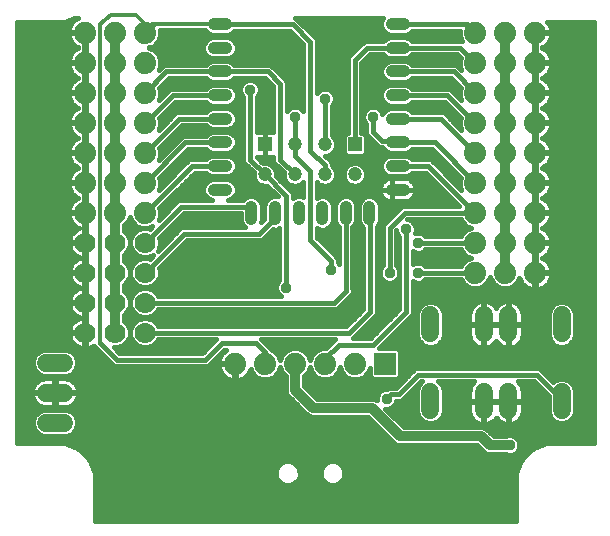
<source format=gbl>
G75*
%MOIN*%
%OFA0B0*%
%FSLAX24Y24*%
%IPPOS*%
%LPD*%
%AMOC8*
5,1,8,0,0,1.08239X$1,22.5*
%
%ADD10R,0.0740X0.0740*%
%ADD11C,0.0740*%
%ADD12C,0.0600*%
%ADD13R,0.0472X0.0472*%
%ADD14C,0.0472*%
%ADD15C,0.0416*%
%ADD16C,0.0700*%
%ADD17C,0.0160*%
%ADD18C,0.0376*%
%ADD19C,0.0320*%
%ADD20C,0.0100*%
%ADD21C,0.0120*%
D10*
X018112Y008886D03*
D11*
X017112Y008886D03*
X016112Y008886D03*
X015112Y008886D03*
X014112Y008886D03*
X013112Y008886D03*
X010112Y013916D03*
X010112Y014916D03*
X009112Y014916D03*
X008112Y014916D03*
X008112Y013916D03*
X009112Y013916D03*
X009112Y015916D03*
X010112Y015916D03*
X010112Y016916D03*
X010112Y017916D03*
X009112Y017916D03*
X008112Y017916D03*
X008112Y016916D03*
X009112Y016916D03*
X008112Y015916D03*
X008112Y018916D03*
X008112Y019916D03*
X009112Y019916D03*
X010112Y019916D03*
X010112Y018916D03*
X009112Y018916D03*
X021112Y018916D03*
X021112Y019916D03*
X022112Y019916D03*
X023112Y019916D03*
X023112Y018916D03*
X022112Y018916D03*
X022112Y017916D03*
X023112Y017916D03*
X023112Y016916D03*
X022112Y016916D03*
X021112Y016916D03*
X021112Y017916D03*
X021112Y015916D03*
X022112Y015916D03*
X023112Y015916D03*
X023112Y014916D03*
X022112Y014916D03*
X022112Y013916D03*
X023112Y013916D03*
X023112Y012916D03*
X022112Y012916D03*
X022112Y011916D03*
X023112Y011916D03*
X021112Y011916D03*
X021112Y012916D03*
X021112Y013916D03*
X021112Y014916D03*
D12*
X021402Y010496D02*
X021402Y009896D01*
X022222Y009896D02*
X022222Y010496D01*
X024002Y010496D02*
X024002Y009896D01*
X024002Y007936D02*
X024002Y007336D01*
X022222Y007336D02*
X022222Y007936D01*
X021402Y007936D02*
X021402Y007336D01*
X019622Y007336D02*
X019622Y007936D01*
X019622Y009896D02*
X019622Y010496D01*
X007412Y008916D02*
X006812Y008916D01*
X006812Y007916D02*
X007412Y007916D01*
X007412Y006916D02*
X006812Y006916D01*
D13*
X014106Y016196D03*
X017106Y016196D03*
D14*
X017106Y015196D03*
X016106Y015196D03*
X015106Y015196D03*
X014106Y015196D03*
X015106Y016196D03*
X016106Y016196D03*
D15*
X016015Y014120D02*
X016015Y013705D01*
X015228Y013705D02*
X015228Y014120D01*
X014441Y014120D02*
X014441Y013705D01*
X013653Y013705D02*
X013653Y014120D01*
X012817Y014687D02*
X012401Y014687D01*
X012401Y015475D02*
X012817Y015475D01*
X012817Y016262D02*
X012401Y016262D01*
X012401Y017049D02*
X012817Y017049D01*
X012817Y017837D02*
X012401Y017837D01*
X012401Y018624D02*
X012817Y018624D01*
X012817Y019412D02*
X012401Y019412D01*
X012401Y020199D02*
X012817Y020199D01*
X018328Y020199D02*
X018744Y020199D01*
X018744Y019412D02*
X018328Y019412D01*
X018328Y018624D02*
X018744Y018624D01*
X018744Y017837D02*
X018328Y017837D01*
X018328Y017049D02*
X018744Y017049D01*
X018744Y016262D02*
X018328Y016262D01*
X018328Y015475D02*
X018744Y015475D01*
X018744Y014687D02*
X018328Y014687D01*
X017590Y014120D02*
X017590Y013705D01*
X016803Y013705D02*
X016803Y014120D01*
D16*
X010112Y012916D03*
X009112Y012916D03*
X008112Y012916D03*
X008112Y011916D03*
X009112Y011916D03*
X010112Y011916D03*
X010112Y010916D03*
X009112Y010916D03*
X008112Y010916D03*
X008112Y009916D03*
X009112Y009916D03*
X010112Y009916D03*
D17*
X005842Y006252D02*
X005842Y020265D01*
X007157Y020265D01*
X007159Y020263D01*
X007189Y020265D01*
X007220Y020265D01*
X007222Y020267D01*
X007334Y020275D01*
X007339Y020272D01*
X007366Y020277D01*
X007393Y020279D01*
X007398Y020284D01*
X007510Y020309D01*
X007516Y020306D01*
X007542Y020316D01*
X007569Y020321D01*
X007572Y020327D01*
X007680Y020367D01*
X007687Y020365D01*
X007711Y020379D01*
X007736Y020388D01*
X007739Y020394D01*
X007778Y020416D01*
X007882Y020416D01*
X007824Y020386D01*
X007754Y020335D01*
X007692Y020274D01*
X007641Y020204D01*
X007602Y020127D01*
X007575Y020044D01*
X007562Y019959D01*
X007562Y019936D01*
X008092Y019936D01*
X008092Y019896D01*
X007562Y019896D01*
X007562Y019872D01*
X007575Y019787D01*
X007602Y019704D01*
X007641Y019627D01*
X007692Y019557D01*
X007754Y019496D01*
X007824Y019445D01*
X007882Y019416D01*
X007824Y019386D01*
X007754Y019335D01*
X007692Y019274D01*
X007641Y019204D01*
X007602Y019127D01*
X007575Y019044D01*
X007562Y018959D01*
X007562Y018936D01*
X008092Y018936D01*
X008092Y019896D01*
X008132Y019896D01*
X008132Y019366D01*
X008132Y018936D01*
X008092Y018936D01*
X008092Y018896D01*
X007562Y018896D01*
X007562Y018872D01*
X007575Y018787D01*
X007602Y018704D01*
X007641Y018627D01*
X007692Y018557D01*
X007754Y018496D01*
X007824Y018445D01*
X007882Y018416D01*
X007824Y018386D01*
X007754Y018335D01*
X007692Y018274D01*
X007641Y018204D01*
X007602Y018127D01*
X007575Y018044D01*
X007562Y017959D01*
X007562Y017936D01*
X008092Y017936D01*
X008092Y018896D01*
X008132Y018896D01*
X008132Y018366D01*
X008132Y017936D01*
X008092Y017936D01*
X008092Y017896D01*
X007562Y017896D01*
X007562Y017872D01*
X007575Y017787D01*
X007602Y017704D01*
X007641Y017627D01*
X007692Y017557D01*
X007754Y017496D01*
X007824Y017445D01*
X007882Y017416D01*
X007824Y017386D01*
X007754Y017335D01*
X007692Y017274D01*
X007641Y017204D01*
X007602Y017127D01*
X007575Y017044D01*
X007562Y016959D01*
X007562Y016936D01*
X008092Y016936D01*
X008092Y017896D01*
X008132Y017896D01*
X008132Y017366D01*
X008132Y016936D01*
X008092Y016936D01*
X008092Y016896D01*
X007562Y016896D01*
X007562Y016872D01*
X007575Y016787D01*
X007602Y016704D01*
X007641Y016627D01*
X007692Y016557D01*
X007754Y016496D01*
X007824Y016445D01*
X007882Y016416D01*
X007824Y016386D01*
X007754Y016335D01*
X007692Y016274D01*
X007641Y016204D01*
X007602Y016127D01*
X007575Y016044D01*
X007562Y015959D01*
X007562Y015936D01*
X008092Y015936D01*
X008092Y016896D01*
X008132Y016896D01*
X008132Y016366D01*
X008132Y015936D01*
X008092Y015936D01*
X008092Y015896D01*
X007562Y015896D01*
X007562Y015872D01*
X007575Y015787D01*
X007602Y015704D01*
X007641Y015627D01*
X007692Y015557D01*
X007754Y015496D01*
X007824Y015445D01*
X007882Y015416D01*
X007824Y015386D01*
X007754Y015335D01*
X007692Y015274D01*
X007641Y015204D01*
X007602Y015127D01*
X007575Y015044D01*
X007562Y014959D01*
X007562Y014936D01*
X008092Y014936D01*
X008092Y015896D01*
X008132Y015896D01*
X008132Y015366D01*
X008132Y014936D01*
X008092Y014936D01*
X008092Y014896D01*
X007562Y014896D01*
X007562Y014872D01*
X007575Y014787D01*
X007602Y014704D01*
X007641Y014627D01*
X007692Y014557D01*
X007754Y014496D01*
X007824Y014445D01*
X007882Y014416D01*
X007824Y014386D01*
X007754Y014335D01*
X007692Y014274D01*
X007641Y014204D01*
X007602Y014127D01*
X007575Y014044D01*
X007562Y013959D01*
X007562Y013936D01*
X008092Y013936D01*
X008092Y014896D01*
X008132Y014896D01*
X008132Y014366D01*
X008132Y013936D01*
X008092Y013936D01*
X008092Y013896D01*
X007562Y013896D01*
X007562Y013872D01*
X007575Y013787D01*
X007602Y013704D01*
X007641Y013627D01*
X007692Y013557D01*
X007754Y013496D01*
X007824Y013445D01*
X007901Y013406D01*
X007904Y013405D01*
X007834Y013369D01*
X007767Y013320D01*
X007708Y013261D01*
X007659Y013193D01*
X007621Y013119D01*
X007595Y013040D01*
X007582Y012957D01*
X007582Y012936D01*
X008092Y012936D01*
X008092Y013446D01*
X008092Y013896D01*
X008132Y013896D01*
X008132Y012936D01*
X008092Y012936D01*
X008092Y012896D01*
X007582Y012896D01*
X007582Y012874D01*
X007595Y012792D01*
X007621Y012712D01*
X007659Y012638D01*
X007708Y012570D01*
X007767Y012511D01*
X007834Y012462D01*
X007908Y012424D01*
X007936Y012416D01*
X007908Y012407D01*
X007834Y012369D01*
X007767Y012320D01*
X007708Y012261D01*
X007659Y012193D01*
X007621Y012119D01*
X007595Y012040D01*
X007582Y011957D01*
X007582Y011936D01*
X008092Y011936D01*
X008092Y012896D01*
X008132Y012896D01*
X008132Y012446D01*
X008132Y011936D01*
X008092Y011936D01*
X008092Y011896D01*
X007582Y011896D01*
X007582Y011874D01*
X007595Y011792D01*
X007621Y011712D01*
X007659Y011638D01*
X007708Y011570D01*
X007767Y011511D01*
X007834Y011462D01*
X007908Y011424D01*
X007936Y011416D01*
X007908Y011407D01*
X007834Y011369D01*
X007767Y011320D01*
X007708Y011261D01*
X007659Y011193D01*
X007621Y011119D01*
X007595Y011040D01*
X007582Y010957D01*
X007582Y010936D01*
X008092Y010936D01*
X008092Y011896D01*
X008132Y011896D01*
X008132Y011386D01*
X008132Y010936D01*
X008092Y010936D01*
X008092Y010896D01*
X007582Y010896D01*
X007582Y010874D01*
X007595Y010792D01*
X007621Y010712D01*
X007659Y010638D01*
X007708Y010570D01*
X007767Y010511D01*
X007834Y010462D01*
X007908Y010424D01*
X007936Y010416D01*
X007908Y010407D01*
X007834Y010369D01*
X007767Y010320D01*
X007708Y010261D01*
X007659Y010193D01*
X007621Y010119D01*
X007595Y010040D01*
X007582Y009957D01*
X007582Y009936D01*
X008092Y009936D01*
X008092Y010896D01*
X008132Y010896D01*
X008132Y010386D01*
X008132Y009936D01*
X008092Y009936D01*
X008092Y009896D01*
X007582Y009896D01*
X007582Y009874D01*
X007595Y009792D01*
X007621Y009712D01*
X007659Y009638D01*
X007708Y009570D01*
X007767Y009511D01*
X007834Y009462D01*
X007908Y009424D01*
X007988Y009399D01*
X008070Y009386D01*
X008092Y009386D01*
X008092Y009896D01*
X008132Y009896D01*
X008132Y009386D01*
X008154Y009386D01*
X008236Y009399D01*
X008315Y009424D01*
X008390Y009462D01*
X008398Y009468D01*
X009071Y008796D01*
X009253Y008796D01*
X012203Y008796D01*
X012332Y008924D01*
X012753Y009346D01*
X012809Y009346D01*
X012754Y009305D01*
X012692Y009244D01*
X012641Y009174D01*
X012602Y009097D01*
X012575Y009014D01*
X012562Y008929D01*
X012562Y008906D01*
X013092Y008906D01*
X013092Y008866D01*
X012562Y008866D01*
X012562Y008842D01*
X012575Y008757D01*
X012602Y008674D01*
X012641Y008597D01*
X012692Y008527D01*
X012754Y008466D01*
X012824Y008415D01*
X012901Y008376D01*
X012983Y008349D01*
X013069Y008336D01*
X013092Y008336D01*
X013092Y008866D01*
X013132Y008866D01*
X013132Y008336D01*
X013155Y008336D01*
X013241Y008349D01*
X013323Y008376D01*
X013400Y008415D01*
X013470Y008466D01*
X013531Y008527D01*
X013582Y008597D01*
X013622Y008674D01*
X013633Y008709D01*
X013679Y008597D01*
X013823Y008453D01*
X014010Y008376D01*
X014213Y008376D01*
X014401Y008453D01*
X014544Y008597D01*
X014612Y008760D01*
X014679Y008597D01*
X014812Y008464D01*
X014812Y007956D01*
X014857Y007846D01*
X015457Y007246D01*
X015542Y007161D01*
X015652Y007116D01*
X017538Y007116D01*
X018357Y006296D01*
X018442Y006211D01*
X018552Y006166D01*
X021189Y006166D01*
X021359Y005996D01*
X021443Y005911D01*
X021553Y005866D01*
X022129Y005866D01*
X022197Y005838D01*
X022327Y005838D01*
X022448Y005887D01*
X022540Y005980D01*
X022590Y006100D01*
X022590Y006231D01*
X022540Y006351D01*
X022448Y006444D01*
X022327Y006494D01*
X022197Y006494D01*
X022129Y006466D01*
X021737Y006466D01*
X021567Y006636D01*
X021483Y006720D01*
X021373Y006766D01*
X018736Y006766D01*
X018114Y007388D01*
X018227Y007388D01*
X018348Y007437D01*
X018440Y007530D01*
X018488Y007646D01*
X018653Y007646D01*
X018782Y007774D01*
X019303Y008296D01*
X019360Y008296D01*
X019249Y008185D01*
X019182Y008023D01*
X019182Y007248D01*
X019249Y007086D01*
X019373Y006963D01*
X019534Y006896D01*
X019709Y006896D01*
X019871Y006963D01*
X019995Y007086D01*
X020062Y007248D01*
X020062Y008023D01*
X019995Y008185D01*
X019884Y008296D01*
X021083Y008296D01*
X021036Y008248D01*
X020991Y008187D01*
X020957Y008120D01*
X020934Y008048D01*
X020922Y007973D01*
X020922Y007656D01*
X021382Y007656D01*
X021382Y007616D01*
X020922Y007616D01*
X020922Y007298D01*
X020934Y007223D01*
X020957Y007151D01*
X020991Y007084D01*
X021036Y007023D01*
X021089Y006969D01*
X021150Y006925D01*
X021218Y006891D01*
X021289Y006867D01*
X021364Y006856D01*
X021382Y006856D01*
X021382Y007616D01*
X021422Y007616D01*
X021422Y007656D01*
X022202Y007656D01*
X022202Y007616D01*
X021742Y007616D01*
X021422Y007616D01*
X021422Y006856D01*
X021440Y006856D01*
X021514Y006867D01*
X021586Y006891D01*
X021653Y006925D01*
X021715Y006969D01*
X021768Y007023D01*
X021812Y007083D01*
X021856Y007023D01*
X021909Y006969D01*
X021970Y006925D01*
X022038Y006891D01*
X022109Y006867D01*
X022184Y006856D01*
X022202Y006856D01*
X022202Y007616D01*
X022242Y007616D01*
X022242Y007656D01*
X022702Y007656D01*
X022702Y007973D01*
X022690Y008048D01*
X022667Y008120D01*
X022632Y008187D01*
X022588Y008248D01*
X022541Y008296D01*
X023071Y008296D01*
X023562Y007804D01*
X023562Y007248D01*
X023629Y007086D01*
X023753Y006963D01*
X023914Y006896D01*
X024089Y006896D01*
X024251Y006963D01*
X024375Y007086D01*
X024442Y007248D01*
X024442Y008023D01*
X024375Y008185D01*
X024251Y008309D01*
X024089Y008376D01*
X023914Y008376D01*
X023753Y008309D01*
X023716Y008272D01*
X023382Y008607D01*
X023253Y008736D01*
X019121Y008736D01*
X018471Y008086D01*
X018221Y008086D01*
X018179Y008044D01*
X018097Y008044D01*
X017976Y007994D01*
X017884Y007901D01*
X017834Y007781D01*
X017834Y007668D01*
X017832Y007670D01*
X017721Y007716D01*
X015836Y007716D01*
X015412Y008140D01*
X015412Y008464D01*
X015544Y008597D01*
X015612Y008760D01*
X015679Y008597D01*
X015823Y008453D01*
X016010Y008376D01*
X016213Y008376D01*
X016401Y008453D01*
X016544Y008597D01*
X016612Y008760D01*
X016679Y008597D01*
X016823Y008453D01*
X017010Y008376D01*
X017213Y008376D01*
X017401Y008453D01*
X017544Y008597D01*
X017602Y008736D01*
X017602Y008458D01*
X017684Y008376D01*
X018540Y008376D01*
X018622Y008458D01*
X018622Y009314D01*
X018540Y009396D01*
X017903Y009396D01*
X018903Y010396D01*
X019032Y010524D01*
X019032Y011635D01*
X019147Y011588D01*
X019277Y011588D01*
X019398Y011637D01*
X019456Y011696D01*
X020651Y011696D01*
X020679Y011627D01*
X020823Y011483D01*
X021010Y011406D01*
X021213Y011406D01*
X021401Y011483D01*
X021544Y011627D01*
X021612Y011790D01*
X021679Y011627D01*
X021823Y011483D01*
X022010Y011406D01*
X022213Y011406D01*
X022401Y011483D01*
X022544Y011627D01*
X022591Y011739D01*
X022602Y011704D01*
X022641Y011627D01*
X022692Y011557D01*
X022754Y011496D01*
X022824Y011445D01*
X022901Y011406D01*
X022983Y011379D01*
X023069Y011366D01*
X023092Y011366D01*
X023092Y011896D01*
X023132Y011896D01*
X023132Y011936D01*
X023092Y011936D01*
X023092Y012896D01*
X023132Y012896D01*
X023132Y012936D01*
X023092Y012936D01*
X023092Y013896D01*
X023132Y013896D01*
X023132Y013936D01*
X023092Y013936D01*
X023092Y014896D01*
X023132Y014896D01*
X023132Y014936D01*
X023092Y014936D01*
X023092Y015896D01*
X023132Y015896D01*
X023132Y015936D01*
X023092Y015936D01*
X023092Y016896D01*
X023132Y016896D01*
X023132Y016936D01*
X023092Y016936D01*
X023092Y017896D01*
X023132Y017896D01*
X023132Y017936D01*
X023092Y017936D01*
X023092Y018896D01*
X023132Y018896D01*
X023132Y018936D01*
X023132Y019366D01*
X023132Y019896D01*
X023132Y019936D01*
X023662Y019936D01*
X023662Y019959D01*
X023648Y020044D01*
X023622Y020127D01*
X023582Y020204D01*
X023531Y020274D01*
X023527Y020279D01*
X023543Y020277D01*
X023569Y020272D01*
X023575Y020275D01*
X023687Y020267D01*
X023689Y020265D01*
X023719Y020265D01*
X023749Y020263D01*
X023752Y020265D01*
X025067Y020265D01*
X025067Y006252D01*
X023752Y006252D01*
X023749Y006254D01*
X023719Y006252D01*
X023689Y006252D01*
X023687Y006249D01*
X023575Y006241D01*
X023569Y006245D01*
X023543Y006239D01*
X023515Y006237D01*
X023511Y006232D01*
X023398Y006208D01*
X023392Y006210D01*
X023367Y006201D01*
X023340Y006195D01*
X023336Y006189D01*
X023228Y006149D01*
X023222Y006151D01*
X023198Y006138D01*
X023172Y006128D01*
X023170Y006122D01*
X023069Y006067D01*
X023062Y006068D01*
X023040Y006051D01*
X023016Y006038D01*
X023014Y006032D01*
X022922Y005963D01*
X022915Y005963D01*
X022896Y005944D01*
X022874Y005927D01*
X022873Y005921D01*
X022792Y005839D01*
X022785Y005838D01*
X022769Y005816D01*
X022749Y005797D01*
X022749Y005791D01*
X022680Y005698D01*
X022674Y005696D01*
X022661Y005672D01*
X022645Y005650D01*
X022645Y005644D01*
X022590Y005543D01*
X022584Y005540D01*
X022575Y005514D01*
X022562Y005490D01*
X022563Y005484D01*
X022523Y005376D01*
X022518Y005373D01*
X022512Y005346D01*
X022502Y005320D01*
X022505Y005314D01*
X022480Y005202D01*
X022476Y005197D01*
X022474Y005170D01*
X022468Y005143D01*
X022471Y005138D01*
X022463Y005026D01*
X022461Y005024D01*
X022461Y004993D01*
X022459Y004963D01*
X022461Y004961D01*
X022461Y003646D01*
X008448Y003646D01*
X008448Y004961D01*
X008450Y004963D01*
X008448Y004993D01*
X008448Y005024D01*
X008445Y005026D01*
X008437Y005138D01*
X008441Y005143D01*
X008435Y005170D01*
X008433Y005197D01*
X008428Y005202D01*
X008404Y005314D01*
X008406Y005320D01*
X008397Y005346D01*
X008391Y005373D01*
X008386Y005376D01*
X008345Y005484D01*
X008347Y005490D01*
X008334Y005514D01*
X008324Y005540D01*
X008318Y005543D01*
X008263Y005644D01*
X008264Y005650D01*
X008248Y005672D01*
X008235Y005696D01*
X008228Y005698D01*
X008159Y005791D01*
X008159Y005797D01*
X008140Y005816D01*
X008123Y005838D01*
X008117Y005839D01*
X008035Y005921D01*
X008035Y005927D01*
X008013Y005944D01*
X007993Y005963D01*
X007987Y005963D01*
X007894Y006032D01*
X007893Y006038D01*
X007869Y006051D01*
X007847Y006068D01*
X007840Y006067D01*
X007739Y006122D01*
X007736Y006128D01*
X007711Y006138D01*
X007687Y006151D01*
X007680Y006149D01*
X007572Y006189D01*
X007569Y006195D01*
X007542Y006201D01*
X007516Y006210D01*
X007510Y006208D01*
X007398Y006232D01*
X007393Y006237D01*
X007366Y006239D01*
X007339Y006245D01*
X007334Y006241D01*
X007222Y006249D01*
X007220Y006252D01*
X007189Y006252D01*
X007159Y006254D01*
X007157Y006252D01*
X005842Y006252D01*
X005842Y006269D02*
X018385Y006269D01*
X018226Y006427D02*
X005842Y006427D01*
X005842Y006586D02*
X006520Y006586D01*
X006563Y006543D02*
X006724Y006476D01*
X007499Y006476D01*
X007661Y006543D01*
X007785Y006666D01*
X007852Y006828D01*
X007852Y007003D01*
X007785Y007165D01*
X007661Y007289D01*
X007499Y007356D01*
X006724Y007356D01*
X006563Y007289D01*
X006439Y007165D01*
X006372Y007003D01*
X006372Y006828D01*
X006439Y006666D01*
X006563Y006543D01*
X006407Y006744D02*
X005842Y006744D01*
X005842Y006903D02*
X006372Y006903D01*
X006396Y007061D02*
X005842Y007061D01*
X005842Y007220D02*
X006494Y007220D01*
X006628Y007471D02*
X006699Y007447D01*
X006774Y007436D01*
X007092Y007436D01*
X007092Y007896D01*
X006332Y007896D01*
X006332Y007878D01*
X006344Y007803D01*
X006367Y007731D01*
X006401Y007664D01*
X006446Y007603D01*
X006499Y007549D01*
X006560Y007505D01*
X006628Y007471D01*
X006517Y007537D02*
X005842Y007537D01*
X005842Y007695D02*
X006385Y007695D01*
X006336Y007854D02*
X005842Y007854D01*
X005842Y008012D02*
X006341Y008012D01*
X006344Y008028D02*
X006332Y007953D01*
X006332Y007936D01*
X007092Y007936D01*
X007092Y008396D01*
X006774Y008396D01*
X006699Y008384D01*
X006628Y008360D01*
X006560Y008326D01*
X006499Y008282D01*
X006446Y008228D01*
X006401Y008167D01*
X006367Y008100D01*
X006344Y008028D01*
X006404Y008171D02*
X005842Y008171D01*
X005842Y008329D02*
X006566Y008329D01*
X006695Y008488D02*
X005842Y008488D01*
X005842Y008646D02*
X006459Y008646D01*
X006439Y008666D02*
X006563Y008543D01*
X006724Y008476D01*
X007499Y008476D01*
X007661Y008543D01*
X007785Y008666D01*
X007852Y008828D01*
X007852Y009003D01*
X007785Y009165D01*
X007661Y009289D01*
X007499Y009356D01*
X006724Y009356D01*
X006563Y009289D01*
X006439Y009165D01*
X006372Y009003D01*
X006372Y008828D01*
X006439Y008666D01*
X006382Y008805D02*
X005842Y008805D01*
X005842Y008963D02*
X006372Y008963D01*
X006421Y009122D02*
X005842Y009122D01*
X005842Y009280D02*
X006554Y009280D01*
X005842Y009439D02*
X007881Y009439D01*
X008092Y009439D02*
X008132Y009439D01*
X008132Y009597D02*
X008092Y009597D01*
X008092Y009756D02*
X008132Y009756D01*
X008092Y009914D02*
X005842Y009914D01*
X005842Y009756D02*
X007607Y009756D01*
X007688Y009597D02*
X005842Y009597D01*
X005842Y010073D02*
X007606Y010073D01*
X007686Y010231D02*
X005842Y010231D01*
X005842Y010390D02*
X007875Y010390D01*
X007730Y010548D02*
X005842Y010548D01*
X005842Y010707D02*
X007623Y010707D01*
X007583Y010865D02*
X005842Y010865D01*
X005842Y011024D02*
X007592Y011024D01*
X007653Y011182D02*
X005842Y011182D01*
X005842Y011341D02*
X007795Y011341D01*
X007783Y011499D02*
X005842Y011499D01*
X005842Y011658D02*
X007648Y011658D01*
X007591Y011816D02*
X005842Y011816D01*
X005842Y011975D02*
X007585Y011975D01*
X007628Y012133D02*
X005842Y012133D01*
X005842Y012292D02*
X007738Y012292D01*
X007858Y012450D02*
X005842Y012450D01*
X005842Y012609D02*
X007680Y012609D01*
X007603Y012767D02*
X005842Y012767D01*
X005842Y012926D02*
X008092Y012926D01*
X008092Y013084D02*
X008132Y013084D01*
X008132Y013243D02*
X008092Y013243D01*
X008092Y013401D02*
X008132Y013401D01*
X008132Y013560D02*
X008092Y013560D01*
X008092Y013718D02*
X008132Y013718D01*
X008132Y013877D02*
X008092Y013877D01*
X008092Y014035D02*
X008132Y014035D01*
X008132Y014194D02*
X008092Y014194D01*
X008092Y014352D02*
X008132Y014352D01*
X008132Y014511D02*
X008092Y014511D01*
X008092Y014669D02*
X008132Y014669D01*
X008132Y014828D02*
X008092Y014828D01*
X008092Y014986D02*
X008132Y014986D01*
X008132Y015145D02*
X008092Y015145D01*
X008092Y015303D02*
X008132Y015303D01*
X008132Y015462D02*
X008092Y015462D01*
X008092Y015620D02*
X008132Y015620D01*
X008132Y015779D02*
X008092Y015779D01*
X008092Y015937D02*
X008132Y015937D01*
X008132Y016096D02*
X008092Y016096D01*
X008092Y016254D02*
X008132Y016254D01*
X008132Y016413D02*
X008092Y016413D01*
X008092Y016571D02*
X008132Y016571D01*
X008132Y016730D02*
X008092Y016730D01*
X008092Y016888D02*
X008132Y016888D01*
X008132Y017047D02*
X008092Y017047D01*
X008092Y017205D02*
X008132Y017205D01*
X008132Y017364D02*
X008092Y017364D01*
X008092Y017522D02*
X008132Y017522D01*
X008132Y017681D02*
X008092Y017681D01*
X008092Y017839D02*
X008132Y017839D01*
X008132Y017998D02*
X008092Y017998D01*
X008092Y018156D02*
X008132Y018156D01*
X008132Y018315D02*
X008092Y018315D01*
X008092Y018473D02*
X008132Y018473D01*
X008132Y018632D02*
X008092Y018632D01*
X008092Y018790D02*
X008132Y018790D01*
X008132Y018949D02*
X008092Y018949D01*
X008092Y019107D02*
X008132Y019107D01*
X008132Y019266D02*
X008092Y019266D01*
X008092Y019424D02*
X008132Y019424D01*
X008132Y019583D02*
X008092Y019583D01*
X008092Y019741D02*
X008132Y019741D01*
X008092Y019900D02*
X005842Y019900D01*
X005842Y020058D02*
X007580Y020058D01*
X007651Y020217D02*
X005842Y020217D01*
X005842Y019741D02*
X007590Y019741D01*
X007674Y019583D02*
X005842Y019583D01*
X005842Y019424D02*
X007865Y019424D01*
X007686Y019266D02*
X005842Y019266D01*
X005842Y019107D02*
X007596Y019107D01*
X007562Y018949D02*
X005842Y018949D01*
X005842Y018790D02*
X007575Y018790D01*
X007639Y018632D02*
X005842Y018632D01*
X005842Y018473D02*
X007785Y018473D01*
X007733Y018315D02*
X005842Y018315D01*
X005842Y018156D02*
X007617Y018156D01*
X007568Y017998D02*
X005842Y017998D01*
X005842Y017839D02*
X007567Y017839D01*
X007614Y017681D02*
X005842Y017681D01*
X005842Y017522D02*
X007727Y017522D01*
X007793Y017364D02*
X005842Y017364D01*
X005842Y017205D02*
X007642Y017205D01*
X007576Y017047D02*
X005842Y017047D01*
X005842Y016888D02*
X007562Y016888D01*
X007594Y016730D02*
X005842Y016730D01*
X005842Y016571D02*
X007682Y016571D01*
X007876Y016413D02*
X005842Y016413D01*
X005842Y016254D02*
X007678Y016254D01*
X007592Y016096D02*
X005842Y016096D01*
X005842Y015937D02*
X007562Y015937D01*
X007578Y015779D02*
X005842Y015779D01*
X005842Y015620D02*
X007647Y015620D01*
X007801Y015462D02*
X005842Y015462D01*
X005842Y015303D02*
X007722Y015303D01*
X007611Y015145D02*
X005842Y015145D01*
X005842Y014986D02*
X007566Y014986D01*
X007569Y014828D02*
X005842Y014828D01*
X005842Y014669D02*
X007620Y014669D01*
X007739Y014511D02*
X005842Y014511D01*
X005842Y014352D02*
X007777Y014352D01*
X007636Y014194D02*
X005842Y014194D01*
X005842Y014035D02*
X007574Y014035D01*
X007562Y013877D02*
X005842Y013877D01*
X005842Y013718D02*
X007598Y013718D01*
X007691Y013560D02*
X005842Y013560D01*
X005842Y013401D02*
X007897Y013401D01*
X007694Y013243D02*
X005842Y013243D01*
X005842Y013084D02*
X007609Y013084D01*
X008092Y012767D02*
X008132Y012767D01*
X008132Y012609D02*
X008092Y012609D01*
X008092Y012450D02*
X008132Y012450D01*
X008132Y012292D02*
X008092Y012292D01*
X008092Y012133D02*
X008132Y012133D01*
X008132Y011975D02*
X008092Y011975D01*
X008092Y011816D02*
X008132Y011816D01*
X008132Y011658D02*
X008092Y011658D01*
X008092Y011499D02*
X008132Y011499D01*
X008132Y011341D02*
X008092Y011341D01*
X008092Y011182D02*
X008132Y011182D01*
X008132Y011024D02*
X008092Y011024D01*
X008092Y010865D02*
X008132Y010865D01*
X008132Y010707D02*
X008092Y010707D01*
X008092Y010548D02*
X008132Y010548D01*
X008132Y010390D02*
X008092Y010390D01*
X008092Y010231D02*
X008132Y010231D01*
X008132Y010073D02*
X008092Y010073D01*
X008343Y009439D02*
X008428Y009439D01*
X008612Y009566D02*
X009162Y009016D01*
X012112Y009016D01*
X012662Y009566D01*
X013812Y009566D01*
X014112Y009266D01*
X014112Y008886D01*
X014332Y009347D02*
X014332Y009357D01*
X014032Y009657D01*
X013993Y009696D01*
X016431Y009696D01*
X016342Y009607D01*
X016131Y009396D01*
X016010Y009396D01*
X015823Y009318D01*
X015679Y009175D01*
X015612Y009011D01*
X015544Y009175D01*
X015401Y009318D01*
X015213Y009396D01*
X015010Y009396D01*
X014823Y009318D01*
X014679Y009175D01*
X014612Y009011D01*
X014544Y009175D01*
X014401Y009318D01*
X014332Y009347D01*
X014250Y009439D02*
X016174Y009439D01*
X016332Y009597D02*
X014091Y009597D01*
X014439Y009280D02*
X014785Y009280D01*
X014658Y009122D02*
X014566Y009122D01*
X014565Y008646D02*
X014659Y008646D01*
X014789Y008488D02*
X014435Y008488D01*
X014812Y008329D02*
X007658Y008329D01*
X007663Y008326D02*
X007596Y008360D01*
X007524Y008384D01*
X007450Y008396D01*
X007132Y008396D01*
X007132Y007936D01*
X007092Y007936D01*
X007092Y007896D01*
X007132Y007896D01*
X007132Y007936D01*
X007892Y007936D01*
X007892Y007953D01*
X007880Y008028D01*
X007857Y008100D01*
X007822Y008167D01*
X007778Y008228D01*
X007725Y008282D01*
X007663Y008326D01*
X007528Y008488D02*
X012732Y008488D01*
X012617Y008646D02*
X007765Y008646D01*
X007842Y008805D02*
X009062Y008805D01*
X008903Y008963D02*
X007852Y008963D01*
X007803Y009122D02*
X008745Y009122D01*
X008586Y009280D02*
X007670Y009280D01*
X007132Y008329D02*
X007092Y008329D01*
X007092Y008171D02*
X007132Y008171D01*
X007132Y008012D02*
X007092Y008012D01*
X007132Y007896D02*
X007892Y007896D01*
X007892Y007878D01*
X007880Y007803D01*
X007857Y007731D01*
X007822Y007664D01*
X007778Y007603D01*
X007725Y007549D01*
X007663Y007505D01*
X007596Y007471D01*
X007524Y007447D01*
X007450Y007436D01*
X007132Y007436D01*
X007132Y007896D01*
X007132Y007854D02*
X007092Y007854D01*
X007092Y007695D02*
X007132Y007695D01*
X007132Y007537D02*
X007092Y007537D01*
X007707Y007537D02*
X015167Y007537D01*
X015325Y007378D02*
X005842Y007378D01*
X007730Y007220D02*
X015484Y007220D01*
X015698Y007854D02*
X017864Y007854D01*
X017834Y007695D02*
X017771Y007695D01*
X018162Y007716D02*
X018312Y007866D01*
X018562Y007866D01*
X019212Y008516D01*
X023162Y008516D01*
X024002Y007676D01*
X024002Y007636D01*
X023562Y007695D02*
X022702Y007695D01*
X022702Y007616D02*
X022242Y007616D01*
X022242Y006856D01*
X022260Y006856D01*
X022334Y006867D01*
X022406Y006891D01*
X022473Y006925D01*
X022535Y006969D01*
X022588Y007023D01*
X022632Y007084D01*
X022667Y007151D01*
X022690Y007223D01*
X022702Y007298D01*
X022702Y007616D01*
X022702Y007537D02*
X023562Y007537D01*
X023562Y007378D02*
X022702Y007378D01*
X022689Y007220D02*
X023574Y007220D01*
X023654Y007061D02*
X022616Y007061D01*
X022429Y006903D02*
X023897Y006903D01*
X024106Y006903D02*
X025067Y006903D01*
X025067Y007061D02*
X024350Y007061D01*
X024430Y007220D02*
X025067Y007220D01*
X025067Y007378D02*
X024442Y007378D01*
X024442Y007537D02*
X025067Y007537D01*
X025067Y007695D02*
X024442Y007695D01*
X024442Y007854D02*
X025067Y007854D01*
X025067Y008012D02*
X024442Y008012D01*
X024381Y008171D02*
X025067Y008171D01*
X025067Y008329D02*
X024202Y008329D01*
X023802Y008329D02*
X023659Y008329D01*
X023501Y008488D02*
X025067Y008488D01*
X025067Y008646D02*
X023342Y008646D01*
X023196Y008171D02*
X022641Y008171D01*
X022696Y008012D02*
X023354Y008012D01*
X023513Y007854D02*
X022702Y007854D01*
X022242Y007537D02*
X022202Y007537D01*
X022202Y007378D02*
X022242Y007378D01*
X022242Y007220D02*
X022202Y007220D01*
X022202Y007061D02*
X022242Y007061D01*
X022242Y006903D02*
X022202Y006903D01*
X022014Y006903D02*
X021609Y006903D01*
X021422Y006903D02*
X021382Y006903D01*
X021382Y007061D02*
X021422Y007061D01*
X021422Y007220D02*
X021382Y007220D01*
X021382Y007378D02*
X021422Y007378D01*
X021422Y007537D02*
X021382Y007537D01*
X020922Y007537D02*
X020062Y007537D01*
X020062Y007695D02*
X020922Y007695D01*
X020922Y007854D02*
X020062Y007854D01*
X020062Y008012D02*
X020928Y008012D01*
X020983Y008171D02*
X020001Y008171D01*
X019243Y008171D02*
X019178Y008171D01*
X019182Y008012D02*
X019019Y008012D01*
X018861Y007854D02*
X019182Y007854D01*
X019182Y007695D02*
X018702Y007695D01*
X018443Y007537D02*
X019182Y007537D01*
X019182Y007378D02*
X018124Y007378D01*
X018282Y007220D02*
X019194Y007220D01*
X019274Y007061D02*
X018441Y007061D01*
X018599Y006903D02*
X019517Y006903D01*
X019726Y006903D02*
X021194Y006903D01*
X021008Y007061D02*
X019970Y007061D01*
X020050Y007220D02*
X020935Y007220D01*
X020922Y007378D02*
X020062Y007378D01*
X018873Y008488D02*
X018622Y008488D01*
X018622Y008646D02*
X019031Y008646D01*
X018622Y008805D02*
X025067Y008805D01*
X025067Y008963D02*
X018622Y008963D01*
X018622Y009122D02*
X025067Y009122D01*
X025067Y009280D02*
X018622Y009280D01*
X018263Y009756D02*
X019204Y009756D01*
X019182Y009808D02*
X019249Y009646D01*
X019373Y009523D01*
X019534Y009456D01*
X019709Y009456D01*
X019871Y009523D01*
X019995Y009646D01*
X020062Y009808D01*
X020062Y010583D01*
X019995Y010745D01*
X019871Y010869D01*
X019709Y010936D01*
X019534Y010936D01*
X019373Y010869D01*
X019249Y010745D01*
X019182Y010583D01*
X019182Y009808D01*
X019182Y009914D02*
X018421Y009914D01*
X018580Y010073D02*
X019182Y010073D01*
X019182Y010231D02*
X018738Y010231D01*
X018897Y010390D02*
X019182Y010390D01*
X019182Y010548D02*
X019032Y010548D01*
X019032Y010707D02*
X019233Y010707D01*
X019369Y010865D02*
X019032Y010865D01*
X019032Y011024D02*
X025067Y011024D01*
X025067Y011182D02*
X019032Y011182D01*
X019032Y011341D02*
X025067Y011341D01*
X025067Y011499D02*
X023473Y011499D01*
X023470Y011496D02*
X023531Y011557D01*
X023582Y011627D01*
X023622Y011704D01*
X023648Y011787D01*
X023662Y011872D01*
X023662Y011896D01*
X023132Y011896D01*
X023132Y011366D01*
X023155Y011366D01*
X023241Y011379D01*
X023323Y011406D01*
X023400Y011445D01*
X023470Y011496D01*
X023598Y011658D02*
X025067Y011658D01*
X025067Y011816D02*
X023653Y011816D01*
X023662Y011936D02*
X023662Y011959D01*
X023648Y012044D01*
X023622Y012127D01*
X023582Y012204D01*
X023531Y012274D01*
X023470Y012335D01*
X023400Y012386D01*
X023342Y012416D01*
X023400Y012445D01*
X023470Y012496D01*
X023531Y012557D01*
X023582Y012627D01*
X023622Y012704D01*
X023648Y012787D01*
X023662Y012872D01*
X023662Y012896D01*
X023132Y012896D01*
X023132Y012366D01*
X023132Y011936D01*
X023662Y011936D01*
X023659Y011975D02*
X025067Y011975D01*
X025067Y012133D02*
X023618Y012133D01*
X023514Y012292D02*
X025067Y012292D01*
X025067Y012450D02*
X023407Y012450D01*
X023569Y012609D02*
X025067Y012609D01*
X025067Y012767D02*
X023642Y012767D01*
X023662Y012936D02*
X023662Y012959D01*
X023648Y013044D01*
X023622Y013127D01*
X023582Y013204D01*
X023531Y013274D01*
X023470Y013335D01*
X023400Y013386D01*
X023342Y013416D01*
X023400Y013445D01*
X023470Y013496D01*
X023531Y013557D01*
X023582Y013627D01*
X023622Y013704D01*
X023648Y013787D01*
X023662Y013872D01*
X023662Y013896D01*
X023132Y013896D01*
X023132Y013466D01*
X023132Y012936D01*
X023662Y012936D01*
X023635Y013084D02*
X025067Y013084D01*
X025067Y012926D02*
X023132Y012926D01*
X023132Y013084D02*
X023092Y013084D01*
X023092Y013243D02*
X023132Y013243D01*
X023132Y013401D02*
X023092Y013401D01*
X023092Y013560D02*
X023132Y013560D01*
X023132Y013718D02*
X023092Y013718D01*
X023092Y013877D02*
X023132Y013877D01*
X023132Y013936D02*
X023662Y013936D01*
X023662Y013959D01*
X023648Y014044D01*
X023622Y014127D01*
X023582Y014204D01*
X023531Y014274D01*
X023470Y014335D01*
X023400Y014386D01*
X023342Y014416D01*
X023400Y014445D01*
X023470Y014496D01*
X023531Y014557D01*
X023582Y014627D01*
X023622Y014704D01*
X023648Y014787D01*
X023662Y014872D01*
X023662Y014896D01*
X023132Y014896D01*
X023132Y014366D01*
X023132Y013936D01*
X023132Y014035D02*
X023092Y014035D01*
X023092Y014194D02*
X023132Y014194D01*
X023132Y014352D02*
X023092Y014352D01*
X023092Y014511D02*
X023132Y014511D01*
X023132Y014669D02*
X023092Y014669D01*
X023092Y014828D02*
X023132Y014828D01*
X023132Y014936D02*
X023662Y014936D01*
X023662Y014959D01*
X023648Y015044D01*
X023622Y015127D01*
X023582Y015204D01*
X023531Y015274D01*
X023470Y015335D01*
X023400Y015386D01*
X023342Y015416D01*
X023400Y015445D01*
X023470Y015496D01*
X023531Y015557D01*
X023582Y015627D01*
X023622Y015704D01*
X023648Y015787D01*
X023662Y015872D01*
X023662Y015896D01*
X023132Y015896D01*
X023132Y015366D01*
X023132Y014936D01*
X023132Y014986D02*
X023092Y014986D01*
X023092Y015145D02*
X023132Y015145D01*
X023132Y015303D02*
X023092Y015303D01*
X023092Y015462D02*
X023132Y015462D01*
X023132Y015620D02*
X023092Y015620D01*
X023092Y015779D02*
X023132Y015779D01*
X023132Y015936D02*
X023662Y015936D01*
X023662Y015959D01*
X023648Y016044D01*
X023622Y016127D01*
X023582Y016204D01*
X023531Y016274D01*
X023470Y016335D01*
X023400Y016386D01*
X023342Y016416D01*
X023400Y016445D01*
X023470Y016496D01*
X023531Y016557D01*
X023582Y016627D01*
X023622Y016704D01*
X023648Y016787D01*
X023662Y016872D01*
X023662Y016896D01*
X023132Y016896D01*
X023132Y016366D01*
X023132Y015936D01*
X023132Y015937D02*
X023092Y015937D01*
X023092Y016096D02*
X023132Y016096D01*
X023132Y016254D02*
X023092Y016254D01*
X023092Y016413D02*
X023132Y016413D01*
X023132Y016571D02*
X023092Y016571D01*
X023092Y016730D02*
X023132Y016730D01*
X023132Y016888D02*
X023092Y016888D01*
X023132Y016936D02*
X023662Y016936D01*
X023662Y016959D01*
X023648Y017044D01*
X023622Y017127D01*
X023582Y017204D01*
X023531Y017274D01*
X023470Y017335D01*
X023400Y017386D01*
X023342Y017416D01*
X023400Y017445D01*
X023470Y017496D01*
X023531Y017557D01*
X023582Y017627D01*
X023622Y017704D01*
X023648Y017787D01*
X023662Y017872D01*
X023662Y017896D01*
X023132Y017896D01*
X023132Y017366D01*
X023132Y016936D01*
X023132Y017047D02*
X023092Y017047D01*
X023092Y017205D02*
X023132Y017205D01*
X023132Y017364D02*
X023092Y017364D01*
X023092Y017522D02*
X023132Y017522D01*
X023132Y017681D02*
X023092Y017681D01*
X023092Y017839D02*
X023132Y017839D01*
X023132Y017936D02*
X023662Y017936D01*
X023662Y017959D01*
X023648Y018044D01*
X023622Y018127D01*
X023582Y018204D01*
X023531Y018274D01*
X023470Y018335D01*
X023400Y018386D01*
X023342Y018416D01*
X023400Y018445D01*
X023470Y018496D01*
X023531Y018557D01*
X023582Y018627D01*
X023622Y018704D01*
X023648Y018787D01*
X023662Y018872D01*
X023662Y018896D01*
X023132Y018896D01*
X023132Y018366D01*
X023132Y017936D01*
X023132Y017998D02*
X023092Y017998D01*
X023092Y018156D02*
X023132Y018156D01*
X023132Y018315D02*
X023092Y018315D01*
X023092Y018473D02*
X023132Y018473D01*
X023132Y018632D02*
X023092Y018632D01*
X023092Y018790D02*
X023132Y018790D01*
X023132Y018936D02*
X023662Y018936D01*
X023662Y018959D01*
X023648Y019044D01*
X023622Y019127D01*
X023582Y019204D01*
X023531Y019274D01*
X023470Y019335D01*
X023400Y019386D01*
X023342Y019416D01*
X023400Y019445D01*
X023470Y019496D01*
X023531Y019557D01*
X023582Y019627D01*
X023622Y019704D01*
X023648Y019787D01*
X023662Y019872D01*
X023662Y019896D01*
X023132Y019896D01*
X023092Y019896D01*
X023092Y018936D01*
X023132Y018936D01*
X023132Y018949D02*
X023092Y018949D01*
X023092Y019107D02*
X023132Y019107D01*
X023132Y019266D02*
X023092Y019266D01*
X023092Y019424D02*
X023132Y019424D01*
X023132Y019583D02*
X023092Y019583D01*
X023092Y019741D02*
X023132Y019741D01*
X023132Y019900D02*
X025067Y019900D01*
X025067Y020058D02*
X023644Y020058D01*
X023573Y020217D02*
X025067Y020217D01*
X025067Y019741D02*
X023633Y019741D01*
X023550Y019583D02*
X025067Y019583D01*
X025067Y019424D02*
X023359Y019424D01*
X023537Y019266D02*
X025067Y019266D01*
X025067Y019107D02*
X023628Y019107D01*
X023662Y018949D02*
X025067Y018949D01*
X025067Y018790D02*
X023649Y018790D01*
X023584Y018632D02*
X025067Y018632D01*
X025067Y018473D02*
X023439Y018473D01*
X023491Y018315D02*
X025067Y018315D01*
X025067Y018156D02*
X023607Y018156D01*
X023656Y017998D02*
X025067Y017998D01*
X025067Y017839D02*
X023657Y017839D01*
X023609Y017681D02*
X025067Y017681D01*
X025067Y017522D02*
X023496Y017522D01*
X023431Y017364D02*
X025067Y017364D01*
X025067Y017205D02*
X023581Y017205D01*
X023648Y017047D02*
X025067Y017047D01*
X025067Y016888D02*
X023662Y016888D01*
X023630Y016730D02*
X025067Y016730D01*
X025067Y016571D02*
X023541Y016571D01*
X023348Y016413D02*
X025067Y016413D01*
X025067Y016254D02*
X023546Y016254D01*
X023632Y016096D02*
X025067Y016096D01*
X025067Y015937D02*
X023662Y015937D01*
X023646Y015779D02*
X025067Y015779D01*
X025067Y015620D02*
X023577Y015620D01*
X023423Y015462D02*
X025067Y015462D01*
X025067Y015303D02*
X023502Y015303D01*
X023612Y015145D02*
X025067Y015145D01*
X025067Y014986D02*
X023657Y014986D01*
X023655Y014828D02*
X025067Y014828D01*
X025067Y014669D02*
X023604Y014669D01*
X023485Y014511D02*
X025067Y014511D01*
X025067Y014352D02*
X023447Y014352D01*
X023587Y014194D02*
X025067Y014194D01*
X025067Y014035D02*
X023650Y014035D01*
X023662Y013877D02*
X025067Y013877D01*
X025067Y013718D02*
X023626Y013718D01*
X023533Y013560D02*
X025067Y013560D01*
X025067Y013401D02*
X023370Y013401D01*
X023554Y013243D02*
X025067Y013243D01*
X023132Y012767D02*
X023092Y012767D01*
X023092Y012609D02*
X023132Y012609D01*
X023132Y012450D02*
X023092Y012450D01*
X023092Y012292D02*
X023132Y012292D01*
X023132Y012133D02*
X023092Y012133D01*
X023092Y011975D02*
X023132Y011975D01*
X023132Y011816D02*
X023092Y011816D01*
X023092Y011658D02*
X023132Y011658D01*
X023132Y011499D02*
X023092Y011499D01*
X022750Y011499D02*
X022417Y011499D01*
X022557Y011658D02*
X022626Y011658D01*
X022406Y010940D02*
X022334Y010964D01*
X022260Y010976D01*
X022242Y010976D01*
X022242Y010216D01*
X022202Y010216D01*
X022202Y010976D01*
X022184Y010976D01*
X022109Y010964D01*
X022038Y010940D01*
X021970Y010906D01*
X021909Y010862D01*
X021856Y010808D01*
X021812Y010748D01*
X021768Y010808D01*
X021715Y010862D01*
X021653Y010906D01*
X021586Y010940D01*
X021514Y010964D01*
X021440Y010976D01*
X021422Y010976D01*
X021422Y010216D01*
X021382Y010216D01*
X021382Y010976D01*
X021364Y010976D01*
X021289Y010964D01*
X021218Y010940D01*
X021150Y010906D01*
X021089Y010862D01*
X021036Y010808D01*
X020991Y010747D01*
X020957Y010680D01*
X020934Y010608D01*
X020922Y010533D01*
X020922Y010216D01*
X021382Y010216D01*
X021382Y010176D01*
X020922Y010176D01*
X020922Y009858D01*
X020934Y009783D01*
X020957Y009711D01*
X020991Y009644D01*
X021036Y009583D01*
X021089Y009529D01*
X021150Y009485D01*
X021218Y009451D01*
X021289Y009427D01*
X021364Y009416D01*
X021382Y009416D01*
X021382Y010176D01*
X021422Y010176D01*
X021422Y010216D01*
X022202Y010216D01*
X022202Y010176D01*
X021742Y010176D01*
X021422Y010176D01*
X021422Y009416D01*
X021440Y009416D01*
X021514Y009427D01*
X021586Y009451D01*
X021653Y009485D01*
X021715Y009529D01*
X021768Y009583D01*
X021812Y009643D01*
X021856Y009583D01*
X021909Y009529D01*
X021970Y009485D01*
X022038Y009451D01*
X022109Y009427D01*
X022184Y009416D01*
X022202Y009416D01*
X022202Y010176D01*
X022242Y010176D01*
X022242Y010216D01*
X022702Y010216D01*
X022702Y010533D01*
X022690Y010608D01*
X022667Y010680D01*
X022632Y010747D01*
X022588Y010808D01*
X022535Y010862D01*
X022473Y010906D01*
X022406Y010940D01*
X022530Y010865D02*
X023749Y010865D01*
X023753Y010869D02*
X023629Y010745D01*
X023562Y010583D01*
X023562Y009808D01*
X023629Y009646D01*
X023753Y009523D01*
X023914Y009456D01*
X024089Y009456D01*
X024251Y009523D01*
X024375Y009646D01*
X024442Y009808D01*
X024442Y010583D01*
X024375Y010745D01*
X024251Y010869D01*
X024089Y010936D01*
X023914Y010936D01*
X023753Y010869D01*
X023613Y010707D02*
X022653Y010707D01*
X022699Y010548D02*
X023562Y010548D01*
X023562Y010390D02*
X022702Y010390D01*
X022702Y010231D02*
X023562Y010231D01*
X023562Y010073D02*
X022702Y010073D01*
X022702Y010176D02*
X022242Y010176D01*
X022242Y009416D01*
X022260Y009416D01*
X022334Y009427D01*
X022406Y009451D01*
X022473Y009485D01*
X022535Y009529D01*
X022588Y009583D01*
X022632Y009644D01*
X022667Y009711D01*
X022690Y009783D01*
X022702Y009858D01*
X022702Y010176D01*
X022702Y009914D02*
X023562Y009914D01*
X023584Y009756D02*
X022681Y009756D01*
X022598Y009597D02*
X023678Y009597D01*
X024326Y009597D02*
X025067Y009597D01*
X025067Y009439D02*
X022369Y009439D01*
X022242Y009439D02*
X022202Y009439D01*
X022075Y009439D02*
X021549Y009439D01*
X021422Y009439D02*
X021382Y009439D01*
X021255Y009439D02*
X017946Y009439D01*
X018104Y009597D02*
X019298Y009597D01*
X019946Y009597D02*
X021025Y009597D01*
X020943Y009756D02*
X020040Y009756D01*
X020062Y009914D02*
X020922Y009914D01*
X020922Y010073D02*
X020062Y010073D01*
X020062Y010231D02*
X020922Y010231D01*
X020922Y010390D02*
X020062Y010390D01*
X020062Y010548D02*
X020924Y010548D01*
X020971Y010707D02*
X020011Y010707D01*
X019875Y010865D02*
X021094Y010865D01*
X021382Y010865D02*
X021422Y010865D01*
X021422Y010707D02*
X021382Y010707D01*
X021382Y010548D02*
X021422Y010548D01*
X021422Y010390D02*
X021382Y010390D01*
X021382Y010231D02*
X021422Y010231D01*
X021422Y010073D02*
X021382Y010073D01*
X021382Y009914D02*
X021422Y009914D01*
X021422Y009756D02*
X021382Y009756D01*
X021382Y009597D02*
X021422Y009597D01*
X021778Y009597D02*
X021845Y009597D01*
X022202Y009597D02*
X022242Y009597D01*
X022242Y009756D02*
X022202Y009756D01*
X022202Y009914D02*
X022242Y009914D01*
X022242Y010073D02*
X022202Y010073D01*
X022202Y010231D02*
X022242Y010231D01*
X022242Y010390D02*
X022202Y010390D01*
X022202Y010548D02*
X022242Y010548D01*
X022242Y010707D02*
X022202Y010707D01*
X022202Y010865D02*
X022242Y010865D01*
X021914Y010865D02*
X021710Y010865D01*
X021807Y011499D02*
X021417Y011499D01*
X021557Y011658D02*
X021667Y011658D01*
X021112Y011916D02*
X019212Y011916D01*
X019456Y012136D02*
X019398Y012194D01*
X019277Y012244D01*
X019147Y012244D01*
X019032Y012196D01*
X019032Y012635D01*
X019147Y012588D01*
X019277Y012588D01*
X019398Y012637D01*
X019456Y012696D01*
X020651Y012696D01*
X020679Y012627D01*
X020823Y012483D01*
X020986Y012416D01*
X020823Y012348D01*
X020679Y012205D01*
X020651Y012136D01*
X019456Y012136D01*
X019418Y011658D02*
X020667Y011658D01*
X020807Y011499D02*
X019032Y011499D01*
X018592Y011499D02*
X017832Y011499D01*
X017832Y011341D02*
X018592Y011341D01*
X018592Y011182D02*
X017832Y011182D01*
X017832Y011024D02*
X018592Y011024D01*
X018592Y010865D02*
X017832Y010865D01*
X017832Y010707D02*
X018592Y010707D01*
X017621Y009736D01*
X017043Y009736D01*
X017703Y010396D01*
X017832Y010524D01*
X017832Y013455D01*
X017885Y013508D01*
X017938Y013636D01*
X017938Y014190D01*
X017885Y014317D01*
X017787Y014415D01*
X017659Y014468D01*
X017521Y014468D01*
X017393Y014415D01*
X017295Y014317D01*
X017242Y014190D01*
X017242Y013636D01*
X017295Y013508D01*
X017392Y013411D01*
X017392Y010707D01*
X016821Y010136D01*
X010551Y010136D01*
X010527Y010193D01*
X010389Y010331D01*
X010209Y010406D01*
X010014Y010406D01*
X009834Y010331D01*
X009696Y010193D01*
X009622Y010013D01*
X009622Y009818D01*
X009696Y009638D01*
X009834Y009500D01*
X010014Y009426D01*
X010209Y009426D01*
X010389Y009500D01*
X010527Y009638D01*
X010551Y009696D01*
X012481Y009696D01*
X012021Y009236D01*
X009253Y009236D01*
X009063Y009426D01*
X009209Y009426D01*
X009389Y009500D01*
X009527Y009638D01*
X009602Y009818D01*
X009602Y010013D01*
X009527Y010193D01*
X009412Y010309D01*
X009412Y010523D01*
X009527Y010638D01*
X009602Y010818D01*
X009602Y011013D01*
X009527Y011193D01*
X009412Y011309D01*
X009412Y011523D01*
X009527Y011638D01*
X009602Y011818D01*
X009602Y012013D01*
X009527Y012193D01*
X009412Y012309D01*
X009412Y012523D01*
X009527Y012638D01*
X009602Y012818D01*
X009602Y013013D01*
X009527Y013193D01*
X009412Y013309D01*
X009412Y013494D01*
X009544Y013627D01*
X009612Y013790D01*
X009679Y013627D01*
X009823Y013483D01*
X010010Y013406D01*
X010213Y013406D01*
X010345Y013460D01*
X010267Y013382D01*
X010209Y013406D01*
X010014Y013406D01*
X009834Y013331D01*
X009696Y013193D01*
X009622Y013013D01*
X009622Y012818D01*
X009696Y012638D01*
X009834Y012500D01*
X010014Y012426D01*
X010209Y012426D01*
X010382Y012497D01*
X010267Y012382D01*
X010209Y012406D01*
X010014Y012406D01*
X009834Y012331D01*
X009696Y012193D01*
X009622Y012013D01*
X009622Y011818D01*
X009696Y011638D01*
X009834Y011500D01*
X010014Y011426D01*
X010209Y011426D01*
X010389Y011500D01*
X010527Y011638D01*
X010602Y011818D01*
X010602Y012013D01*
X010578Y012071D01*
X011503Y012996D01*
X014003Y012996D01*
X014132Y013124D01*
X014366Y013359D01*
X014371Y013357D01*
X014510Y013357D01*
X014592Y013391D01*
X014592Y011660D01*
X014534Y011601D01*
X014484Y011481D01*
X014484Y011350D01*
X014534Y011230D01*
X014626Y011137D01*
X014630Y011136D01*
X010551Y011136D01*
X010527Y011193D01*
X010389Y011331D01*
X010209Y011406D01*
X010014Y011406D01*
X009834Y011331D01*
X009696Y011193D01*
X009622Y011013D01*
X009622Y010818D01*
X009696Y010638D01*
X009834Y010500D01*
X010014Y010426D01*
X010209Y010426D01*
X010389Y010500D01*
X010527Y010638D01*
X010551Y010696D01*
X016503Y010696D01*
X016632Y010824D01*
X017032Y011224D01*
X017032Y011407D01*
X017023Y011416D01*
X017023Y013433D01*
X017098Y013508D01*
X017151Y013636D01*
X017151Y014190D01*
X017098Y014317D01*
X017000Y014415D01*
X016872Y014468D01*
X016734Y014468D01*
X016606Y014415D01*
X016508Y014317D01*
X016455Y014190D01*
X016455Y013636D01*
X016508Y013508D01*
X016583Y013433D01*
X016583Y012209D01*
X016532Y012260D01*
X016532Y012407D01*
X016403Y012536D01*
X015832Y013107D01*
X015832Y013404D01*
X015946Y013357D01*
X016085Y013357D01*
X016212Y013410D01*
X016310Y013508D01*
X016363Y013636D01*
X016363Y014190D01*
X016310Y014317D01*
X016212Y014415D01*
X016085Y014468D01*
X015946Y014468D01*
X015832Y014421D01*
X015832Y014938D01*
X015893Y014877D01*
X016031Y014820D01*
X016181Y014820D01*
X016319Y014877D01*
X016425Y014983D01*
X016482Y015121D01*
X016482Y015271D01*
X016425Y015409D01*
X016332Y015502D01*
X016332Y015518D01*
X016332Y015607D01*
X016329Y015609D01*
X016329Y015612D01*
X016265Y015673D01*
X016203Y015736D01*
X016200Y015736D01*
X016111Y015820D01*
X016181Y015820D01*
X016319Y015877D01*
X016425Y015983D01*
X016482Y016121D01*
X016482Y016271D01*
X016425Y016409D01*
X016332Y016502D01*
X016332Y017472D01*
X016390Y017530D01*
X016440Y017650D01*
X016440Y017781D01*
X016390Y017901D01*
X016298Y017994D01*
X016177Y018044D01*
X016047Y018044D01*
X015926Y017994D01*
X015834Y017901D01*
X015832Y017897D01*
X015832Y019707D01*
X015703Y019836D01*
X015123Y020416D01*
X018053Y020416D01*
X018034Y020396D01*
X017981Y020268D01*
X017981Y020130D01*
X018034Y020002D01*
X018131Y019904D01*
X018259Y019851D01*
X018813Y019851D01*
X018941Y019904D01*
X019016Y019979D01*
X020602Y019979D01*
X020602Y019814D01*
X020677Y019632D01*
X020107Y019632D01*
X020103Y019636D01*
X019012Y019636D01*
X018941Y019707D01*
X018813Y019759D01*
X018259Y019759D01*
X018131Y019707D01*
X018060Y019636D01*
X017421Y019636D01*
X017292Y019507D01*
X016886Y019101D01*
X016886Y016572D01*
X016812Y016572D01*
X016730Y016490D01*
X016730Y015902D01*
X016812Y015820D01*
X017400Y015820D01*
X017482Y015902D01*
X017482Y016490D01*
X017400Y016572D01*
X017326Y016572D01*
X017326Y018919D01*
X017603Y019196D01*
X018053Y019196D01*
X018131Y019117D01*
X018259Y019064D01*
X018813Y019064D01*
X018941Y019117D01*
X019016Y019192D01*
X020525Y019192D01*
X020630Y019086D01*
X020602Y019017D01*
X020602Y018814D01*
X020657Y018682D01*
X020494Y018844D01*
X019016Y018844D01*
X018941Y018919D01*
X018813Y018972D01*
X018259Y018972D01*
X018131Y018919D01*
X018034Y018821D01*
X017981Y018693D01*
X017981Y018555D01*
X018034Y018427D01*
X018131Y018329D01*
X018259Y018276D01*
X018813Y018276D01*
X018941Y018329D01*
X019016Y018404D01*
X020312Y018404D01*
X020630Y018086D01*
X020602Y018017D01*
X020602Y017814D01*
X020657Y017682D01*
X020282Y018057D01*
X019016Y018057D01*
X018941Y018132D01*
X018813Y018185D01*
X018259Y018185D01*
X018131Y018132D01*
X018034Y018034D01*
X017981Y017906D01*
X017981Y017768D01*
X018034Y017640D01*
X018131Y017542D01*
X018259Y017489D01*
X018813Y017489D01*
X018941Y017542D01*
X019016Y017617D01*
X020099Y017617D01*
X020630Y017086D01*
X020602Y017017D01*
X020602Y016814D01*
X020657Y016682D01*
X020069Y017269D01*
X019016Y017269D01*
X018941Y017344D01*
X018813Y017397D01*
X018259Y017397D01*
X018131Y017344D01*
X018034Y017246D01*
X018023Y017221D01*
X017990Y017301D01*
X017898Y017394D01*
X017777Y017444D01*
X017647Y017444D01*
X017526Y017394D01*
X017434Y017301D01*
X017384Y017181D01*
X017384Y017050D01*
X017434Y016930D01*
X017492Y016872D01*
X017492Y016524D01*
X017792Y016224D01*
X017921Y016096D01*
X017482Y016096D01*
X017482Y016254D02*
X017762Y016254D01*
X017604Y016413D02*
X017482Y016413D01*
X017492Y016571D02*
X017401Y016571D01*
X017326Y016730D02*
X017492Y016730D01*
X017475Y016888D02*
X017326Y016888D01*
X017326Y017047D02*
X017385Y017047D01*
X017394Y017205D02*
X017326Y017205D01*
X017326Y017364D02*
X017496Y017364D01*
X017326Y017522D02*
X018179Y017522D01*
X018178Y017364D02*
X017928Y017364D01*
X018017Y017681D02*
X017326Y017681D01*
X017326Y017839D02*
X017981Y017839D01*
X018018Y017998D02*
X017326Y017998D01*
X017326Y018156D02*
X018190Y018156D01*
X018167Y018315D02*
X017326Y018315D01*
X017326Y018473D02*
X018014Y018473D01*
X017981Y018632D02*
X017326Y018632D01*
X017326Y018790D02*
X018021Y018790D01*
X018203Y018949D02*
X017356Y018949D01*
X017514Y019107D02*
X018155Y019107D01*
X018328Y019412D02*
X018324Y019416D01*
X017512Y019416D01*
X017106Y019010D01*
X017106Y016196D01*
X017482Y015937D02*
X018204Y015937D01*
X018259Y015914D02*
X018131Y015967D01*
X018034Y016065D01*
X018021Y016096D01*
X017921Y016096D01*
X018012Y016316D02*
X018275Y016316D01*
X018328Y016262D01*
X019765Y016262D01*
X021112Y014916D01*
X020630Y015086D02*
X020602Y015017D01*
X020602Y014814D01*
X020657Y014682D01*
X019644Y015695D01*
X019016Y015695D01*
X018941Y015770D01*
X018813Y015822D01*
X018259Y015822D01*
X018131Y015770D01*
X018034Y015672D01*
X017981Y015544D01*
X017981Y015405D01*
X018034Y015278D01*
X018131Y015180D01*
X018259Y015127D01*
X018813Y015127D01*
X018941Y015180D01*
X019016Y015255D01*
X019462Y015255D01*
X020581Y014136D01*
X018671Y014136D01*
X018542Y014007D01*
X018042Y013507D01*
X018042Y012160D01*
X017984Y012101D01*
X017934Y011981D01*
X017934Y011850D01*
X017984Y011730D01*
X018076Y011637D01*
X018197Y011588D01*
X018327Y011588D01*
X018448Y011637D01*
X018540Y011730D01*
X018590Y011850D01*
X018590Y011981D01*
X018540Y012101D01*
X018482Y012160D01*
X018482Y013324D01*
X018484Y013326D01*
X018484Y013300D01*
X018534Y013180D01*
X018592Y013122D01*
X018592Y010707D01*
X018433Y010548D02*
X017832Y010548D01*
X017697Y010390D02*
X018275Y010390D01*
X018116Y010231D02*
X017538Y010231D01*
X017380Y010073D02*
X017958Y010073D01*
X017799Y009914D02*
X017221Y009914D01*
X017063Y009756D02*
X017641Y009756D01*
X017712Y009516D02*
X018812Y010616D01*
X018812Y013366D01*
X019116Y013243D02*
X019144Y013243D01*
X019147Y013244D02*
X019110Y013229D01*
X019140Y013300D01*
X019140Y013431D01*
X019090Y013551D01*
X018998Y013644D01*
X018877Y013694D01*
X018851Y013694D01*
X018853Y013696D01*
X020651Y013696D01*
X020679Y013627D01*
X020823Y013483D01*
X020986Y013416D01*
X020823Y013348D01*
X020679Y013205D01*
X020651Y013136D01*
X019456Y013136D01*
X019398Y013194D01*
X019277Y013244D01*
X019147Y013244D01*
X019280Y013243D02*
X020718Y013243D01*
X020951Y013401D02*
X019140Y013401D01*
X019082Y013560D02*
X020747Y013560D01*
X021112Y013916D02*
X018762Y013916D01*
X018262Y013416D01*
X018262Y011916D01*
X018508Y012133D02*
X018592Y012133D01*
X018590Y011975D02*
X018592Y011975D01*
X018576Y011816D02*
X018592Y011816D01*
X018592Y011658D02*
X018468Y011658D01*
X018056Y011658D02*
X017832Y011658D01*
X017832Y011816D02*
X017948Y011816D01*
X017934Y011975D02*
X017832Y011975D01*
X017832Y012133D02*
X018015Y012133D01*
X018042Y012292D02*
X017832Y012292D01*
X017832Y012450D02*
X018042Y012450D01*
X018042Y012609D02*
X017832Y012609D01*
X017832Y012767D02*
X018042Y012767D01*
X018042Y012926D02*
X017832Y012926D01*
X017832Y013084D02*
X018042Y013084D01*
X018042Y013243D02*
X017832Y013243D01*
X017832Y013401D02*
X018042Y013401D01*
X018095Y013560D02*
X017906Y013560D01*
X017938Y013718D02*
X018253Y013718D01*
X018412Y013877D02*
X017938Y013877D01*
X017938Y014035D02*
X018570Y014035D01*
X018782Y014299D02*
X018328Y014299D01*
X018328Y014687D01*
X017941Y014687D01*
X017941Y014649D01*
X017955Y014574D01*
X017985Y014504D01*
X018027Y014440D01*
X018081Y014386D01*
X018145Y014344D01*
X018215Y014314D01*
X018290Y014299D01*
X018328Y014299D01*
X018328Y014687D01*
X018328Y014687D01*
X018328Y014687D01*
X017941Y014687D01*
X017941Y014725D01*
X017955Y014800D01*
X017985Y014871D01*
X018027Y014934D01*
X018081Y014988D01*
X018145Y015031D01*
X018215Y015060D01*
X018290Y015075D01*
X018328Y015075D01*
X018328Y014687D01*
X018328Y014687D01*
X018328Y014687D01*
X019132Y014687D01*
X019132Y014649D01*
X019117Y014574D01*
X019088Y014504D01*
X019045Y014440D01*
X018991Y014386D01*
X018928Y014344D01*
X018857Y014314D01*
X018782Y014299D01*
X018940Y014352D02*
X020364Y014352D01*
X020206Y014511D02*
X019091Y014511D01*
X019132Y014669D02*
X020047Y014669D01*
X019889Y014828D02*
X019106Y014828D01*
X019117Y014800D02*
X019088Y014871D01*
X019045Y014934D01*
X018991Y014988D01*
X018928Y015031D01*
X018857Y015060D01*
X018782Y015075D01*
X018328Y015075D01*
X018328Y014687D01*
X019132Y014687D01*
X019132Y014725D01*
X019117Y014800D01*
X018993Y014986D02*
X019730Y014986D01*
X019572Y015145D02*
X018856Y015145D01*
X018328Y014986D02*
X018328Y014986D01*
X018328Y014828D02*
X018328Y014828D01*
X018328Y014669D02*
X018328Y014669D01*
X018328Y014511D02*
X018328Y014511D01*
X018328Y014352D02*
X018328Y014352D01*
X018132Y014352D02*
X017850Y014352D01*
X017936Y014194D02*
X020523Y014194D01*
X020511Y014828D02*
X020602Y014828D01*
X020602Y014986D02*
X020352Y014986D01*
X020194Y015145D02*
X020572Y015145D01*
X020630Y015086D02*
X019674Y016042D01*
X019016Y016042D01*
X018941Y015967D01*
X018813Y015914D01*
X018259Y015914D01*
X018153Y015779D02*
X016154Y015779D01*
X016321Y015620D02*
X018012Y015620D01*
X017981Y015462D02*
X017372Y015462D01*
X017425Y015409D02*
X017319Y015515D01*
X017181Y015572D01*
X017031Y015572D01*
X016893Y015515D01*
X016787Y015409D01*
X016730Y015271D01*
X016730Y015121D01*
X016787Y014983D01*
X016893Y014877D01*
X017031Y014820D01*
X017181Y014820D01*
X017319Y014877D01*
X017425Y014983D01*
X017482Y015121D01*
X017482Y015271D01*
X017425Y015409D01*
X017469Y015303D02*
X018023Y015303D01*
X018216Y015145D02*
X017482Y015145D01*
X017426Y014986D02*
X018079Y014986D01*
X017967Y014828D02*
X017199Y014828D01*
X017012Y014828D02*
X016199Y014828D01*
X016012Y014828D02*
X015832Y014828D01*
X015832Y014669D02*
X017941Y014669D01*
X017982Y014511D02*
X015832Y014511D01*
X015392Y014511D02*
X015032Y014511D01*
X015032Y014581D02*
X014903Y014710D01*
X014482Y015131D01*
X014482Y015271D01*
X014425Y015409D01*
X014319Y015515D01*
X014181Y015572D01*
X014041Y015572D01*
X013832Y015781D01*
X013832Y015784D01*
X013846Y015780D01*
X014106Y015780D01*
X014366Y015780D01*
X014392Y015787D01*
X014392Y015599D01*
X014730Y015261D01*
X014730Y015121D01*
X014787Y014983D01*
X014893Y014877D01*
X015031Y014820D01*
X015181Y014820D01*
X015319Y014877D01*
X015392Y014950D01*
X015392Y014429D01*
X015297Y014468D01*
X015159Y014468D01*
X015032Y014416D01*
X015032Y014581D01*
X014944Y014669D02*
X015392Y014669D01*
X015392Y014828D02*
X015199Y014828D01*
X015012Y014828D02*
X014786Y014828D01*
X014786Y014986D02*
X014627Y014986D01*
X014730Y015145D02*
X014482Y015145D01*
X014469Y015303D02*
X014688Y015303D01*
X014529Y015462D02*
X014372Y015462D01*
X014392Y015620D02*
X013993Y015620D01*
X014106Y015780D02*
X014106Y016196D01*
X014106Y015780D01*
X014106Y015937D02*
X014106Y015937D01*
X014106Y016096D02*
X014106Y016096D01*
X014106Y016196D02*
X014106Y016196D01*
X014106Y016196D01*
X014106Y016612D01*
X014366Y016612D01*
X014392Y016605D01*
X014392Y018124D01*
X014112Y018404D01*
X013088Y018404D01*
X013014Y018329D01*
X012886Y018276D01*
X012332Y018276D01*
X012204Y018329D01*
X012129Y018404D01*
X010912Y018404D01*
X010593Y018086D01*
X010622Y018017D01*
X010622Y017814D01*
X010567Y017682D01*
X010942Y018057D01*
X012129Y018057D01*
X012204Y018132D01*
X012332Y018185D01*
X012886Y018185D01*
X013014Y018132D01*
X013111Y018034D01*
X013164Y017906D01*
X013164Y017768D01*
X013111Y017640D01*
X013014Y017542D01*
X012886Y017489D01*
X012332Y017489D01*
X012204Y017542D01*
X012129Y017617D01*
X011124Y017617D01*
X010593Y017086D01*
X010622Y017017D01*
X010622Y016814D01*
X010567Y016682D01*
X011155Y017269D01*
X012129Y017269D01*
X012204Y017344D01*
X012332Y017397D01*
X012886Y017397D01*
X013014Y017344D01*
X013111Y017246D01*
X013164Y017119D01*
X013164Y016980D01*
X013111Y016852D01*
X013014Y016755D01*
X012886Y016702D01*
X012332Y016702D01*
X012204Y016755D01*
X012129Y016829D01*
X011337Y016829D01*
X010593Y016086D01*
X010622Y016017D01*
X010622Y015814D01*
X010567Y015682D01*
X011367Y016482D01*
X012129Y016482D01*
X012204Y016557D01*
X012332Y016610D01*
X012886Y016610D01*
X013014Y016557D01*
X013111Y016459D01*
X013164Y016331D01*
X013164Y016193D01*
X013111Y016065D01*
X013014Y015967D01*
X012886Y015914D01*
X012332Y015914D01*
X012204Y015967D01*
X012129Y016042D01*
X011549Y016042D01*
X010593Y015086D01*
X010622Y015017D01*
X010622Y014814D01*
X010567Y014682D01*
X011580Y015695D01*
X012129Y015695D01*
X012204Y015770D01*
X012332Y015822D01*
X012886Y015822D01*
X013014Y015770D01*
X013111Y015672D01*
X013164Y015544D01*
X013164Y015405D01*
X013111Y015278D01*
X013014Y015180D01*
X012886Y015127D01*
X012332Y015127D01*
X012204Y015180D01*
X012129Y015255D01*
X011762Y015255D01*
X010593Y014086D01*
X010622Y014017D01*
X010622Y013814D01*
X010567Y013682D01*
X011225Y014340D01*
X012330Y014340D01*
X012204Y014392D01*
X012106Y014490D01*
X012053Y014618D01*
X012053Y014756D01*
X012106Y014884D01*
X012204Y014982D01*
X012332Y015035D01*
X012886Y015035D01*
X013014Y014982D01*
X013111Y014884D01*
X013164Y014756D01*
X013164Y014618D01*
X013111Y014490D01*
X013014Y014392D01*
X012888Y014340D01*
X013381Y014340D01*
X013456Y014415D01*
X013584Y014468D01*
X013722Y014468D01*
X013850Y014415D01*
X013948Y014317D01*
X014001Y014190D01*
X014001Y013636D01*
X013987Y013602D01*
X014093Y013708D01*
X014093Y014190D01*
X014146Y014317D01*
X014244Y014415D01*
X014371Y014468D01*
X014510Y014468D01*
X014532Y014459D01*
X014171Y014820D01*
X014031Y014820D01*
X013893Y014877D01*
X013787Y014983D01*
X013730Y015121D01*
X013730Y015261D01*
X013521Y015470D01*
X013521Y015470D01*
X013392Y015599D01*
X013392Y017772D01*
X013334Y017830D01*
X013284Y017950D01*
X013284Y018081D01*
X013334Y018201D01*
X013426Y018294D01*
X013547Y018344D01*
X013677Y018344D01*
X013798Y018294D01*
X013890Y018201D01*
X013940Y018081D01*
X013940Y017950D01*
X013890Y017830D01*
X013832Y017772D01*
X013832Y016609D01*
X013846Y016612D01*
X014106Y016612D01*
X014106Y016196D01*
X014106Y016254D02*
X014106Y016254D01*
X014106Y016413D02*
X014106Y016413D01*
X014106Y016571D02*
X014106Y016571D01*
X013832Y016730D02*
X014392Y016730D01*
X014392Y016888D02*
X013832Y016888D01*
X013832Y017047D02*
X014392Y017047D01*
X014392Y017205D02*
X013832Y017205D01*
X013832Y017364D02*
X014392Y017364D01*
X014392Y017522D02*
X013832Y017522D01*
X013832Y017681D02*
X014392Y017681D01*
X014392Y017839D02*
X013894Y017839D01*
X013940Y017998D02*
X014392Y017998D01*
X014360Y018156D02*
X013909Y018156D01*
X013747Y018315D02*
X014202Y018315D01*
X014203Y018624D02*
X014612Y018216D01*
X014612Y015690D01*
X015106Y015196D01*
X015612Y015316D02*
X015112Y015816D01*
X015106Y016196D01*
X015106Y017110D01*
X015112Y017116D01*
X015328Y017364D02*
X015392Y017364D01*
X015390Y017301D02*
X015392Y017297D01*
X015392Y019524D01*
X014937Y019979D01*
X013088Y019979D01*
X013014Y019904D01*
X012886Y019851D01*
X012332Y019851D01*
X012204Y019904D01*
X012109Y019999D01*
X010622Y019999D01*
X010622Y019814D01*
X010544Y019627D01*
X010401Y019483D01*
X010237Y019416D01*
X010401Y019348D01*
X010544Y019205D01*
X010622Y019017D01*
X010622Y018814D01*
X010567Y018682D01*
X010729Y018844D01*
X012129Y018844D01*
X012204Y018919D01*
X012332Y018972D01*
X012886Y018972D01*
X013014Y018919D01*
X013088Y018844D01*
X014294Y018844D01*
X014703Y018436D01*
X014832Y018307D01*
X014832Y017297D01*
X014834Y017301D01*
X014926Y017394D01*
X015047Y017444D01*
X015177Y017444D01*
X015298Y017394D01*
X015390Y017301D01*
X015392Y017522D02*
X014832Y017522D01*
X014832Y017364D02*
X014896Y017364D01*
X014832Y017681D02*
X015392Y017681D01*
X015392Y017839D02*
X014832Y017839D01*
X014832Y017998D02*
X015392Y017998D01*
X015392Y018156D02*
X014832Y018156D01*
X014824Y018315D02*
X015392Y018315D01*
X015392Y018473D02*
X014665Y018473D01*
X014507Y018632D02*
X015392Y018632D01*
X015392Y018790D02*
X014348Y018790D01*
X014203Y018624D02*
X012817Y018624D01*
X010820Y018624D01*
X010112Y017916D01*
X010622Y017839D02*
X010724Y017839D01*
X010622Y017998D02*
X010883Y017998D01*
X011033Y017837D02*
X010112Y016916D01*
X010587Y016730D02*
X010615Y016730D01*
X010622Y016888D02*
X010773Y016888D01*
X010932Y017047D02*
X010610Y017047D01*
X010712Y017205D02*
X011090Y017205D01*
X011246Y017049D02*
X010112Y015916D01*
X010622Y015937D02*
X010822Y015937D01*
X010664Y015779D02*
X010607Y015779D01*
X010603Y016096D02*
X010981Y016096D01*
X011139Y016254D02*
X010761Y016254D01*
X010920Y016413D02*
X011298Y016413D01*
X011458Y016262D02*
X010112Y014916D01*
X010622Y014986D02*
X010871Y014986D01*
X010713Y014828D02*
X010622Y014828D01*
X010652Y015145D02*
X011030Y015145D01*
X011188Y015303D02*
X010810Y015303D01*
X010969Y015462D02*
X011347Y015462D01*
X011505Y015620D02*
X011127Y015620D01*
X011286Y015779D02*
X012226Y015779D01*
X012277Y015937D02*
X011444Y015937D01*
X011458Y016262D02*
X012817Y016262D01*
X013164Y016254D02*
X013392Y016254D01*
X013392Y016096D02*
X013124Y016096D01*
X012941Y015937D02*
X013392Y015937D01*
X013392Y015779D02*
X012992Y015779D01*
X013133Y015620D02*
X013392Y015620D01*
X013529Y015462D02*
X013164Y015462D01*
X013122Y015303D02*
X013688Y015303D01*
X013730Y015145D02*
X012929Y015145D01*
X013004Y014986D02*
X013786Y014986D01*
X014012Y014828D02*
X013135Y014828D01*
X013164Y014669D02*
X014322Y014669D01*
X014480Y014511D02*
X013120Y014511D01*
X012916Y014352D02*
X013393Y014352D01*
X013653Y014120D02*
X011317Y014120D01*
X010112Y012916D01*
X009622Y012926D02*
X009602Y012926D01*
X009581Y012767D02*
X009643Y012767D01*
X009726Y012609D02*
X009498Y012609D01*
X009412Y012450D02*
X009955Y012450D01*
X009795Y012292D02*
X009429Y012292D01*
X009552Y012133D02*
X009672Y012133D01*
X009622Y011975D02*
X009602Y011975D01*
X009601Y011816D02*
X009623Y011816D01*
X009688Y011658D02*
X009535Y011658D01*
X009412Y011499D02*
X009837Y011499D01*
X009857Y011341D02*
X009412Y011341D01*
X009532Y011182D02*
X009692Y011182D01*
X009626Y011024D02*
X009597Y011024D01*
X009602Y010865D02*
X009622Y010865D01*
X009668Y010707D02*
X009556Y010707D01*
X009437Y010548D02*
X009786Y010548D01*
X009976Y010390D02*
X009412Y010390D01*
X009489Y010231D02*
X009734Y010231D01*
X009646Y010073D02*
X009577Y010073D01*
X009602Y009914D02*
X009622Y009914D01*
X009648Y009756D02*
X009576Y009756D01*
X009486Y009597D02*
X009737Y009597D01*
X009983Y009439D02*
X009241Y009439D01*
X009208Y009280D02*
X012065Y009280D01*
X012224Y009439D02*
X010241Y009439D01*
X010486Y009597D02*
X012382Y009597D01*
X012687Y009280D02*
X012729Y009280D01*
X012615Y009122D02*
X012529Y009122D01*
X012567Y008963D02*
X012370Y008963D01*
X012212Y008805D02*
X012568Y008805D01*
X013092Y008805D02*
X013132Y008805D01*
X013132Y008646D02*
X013092Y008646D01*
X013092Y008488D02*
X013132Y008488D01*
X013492Y008488D02*
X013789Y008488D01*
X013659Y008646D02*
X013607Y008646D01*
X014812Y008171D02*
X007820Y008171D01*
X007883Y008012D02*
X014812Y008012D01*
X014854Y007854D02*
X007888Y007854D01*
X007838Y007695D02*
X015008Y007695D01*
X015540Y008012D02*
X018020Y008012D01*
X018556Y008171D02*
X015412Y008171D01*
X015412Y008329D02*
X018714Y008329D01*
X017602Y008488D02*
X017435Y008488D01*
X017565Y008646D02*
X017602Y008646D01*
X016789Y008488D02*
X016435Y008488D01*
X016565Y008646D02*
X016659Y008646D01*
X016112Y008886D02*
X016112Y009066D01*
X016562Y009516D01*
X017712Y009516D01*
X016912Y009916D02*
X017612Y010616D01*
X017612Y014099D01*
X017590Y014120D01*
X017330Y014352D02*
X017063Y014352D01*
X017149Y014194D02*
X017244Y014194D01*
X017242Y014035D02*
X017151Y014035D01*
X017151Y013877D02*
X017242Y013877D01*
X017242Y013718D02*
X017151Y013718D01*
X017119Y013560D02*
X017274Y013560D01*
X017392Y013401D02*
X017023Y013401D01*
X017023Y013243D02*
X017392Y013243D01*
X017392Y013084D02*
X017023Y013084D01*
X017023Y012926D02*
X017392Y012926D01*
X017392Y012767D02*
X017023Y012767D01*
X017023Y012609D02*
X017392Y012609D01*
X017392Y012450D02*
X017023Y012450D01*
X017023Y012292D02*
X017392Y012292D01*
X017392Y012133D02*
X017023Y012133D01*
X017023Y011975D02*
X017392Y011975D01*
X017392Y011816D02*
X017023Y011816D01*
X017023Y011658D02*
X017392Y011658D01*
X017392Y011499D02*
X017023Y011499D01*
X017032Y011341D02*
X017392Y011341D01*
X017392Y011182D02*
X016989Y011182D01*
X016812Y011316D02*
X016412Y010916D01*
X010112Y010916D01*
X010366Y011341D02*
X014488Y011341D01*
X014491Y011499D02*
X010387Y011499D01*
X010535Y011658D02*
X014590Y011658D01*
X014592Y011816D02*
X010601Y011816D01*
X010602Y011975D02*
X014592Y011975D01*
X014592Y012133D02*
X010640Y012133D01*
X010799Y012292D02*
X014592Y012292D01*
X014592Y012450D02*
X010957Y012450D01*
X011116Y012609D02*
X014592Y012609D01*
X014592Y012767D02*
X011274Y012767D01*
X011433Y012926D02*
X014592Y012926D01*
X014592Y013084D02*
X014091Y013084D01*
X013912Y013216D02*
X011412Y013216D01*
X010112Y011916D01*
X010268Y012450D02*
X010335Y012450D01*
X010530Y012645D02*
X010602Y012818D01*
X010602Y013013D01*
X010578Y013071D01*
X011408Y013900D01*
X013305Y013900D01*
X013305Y013636D01*
X013358Y013508D01*
X013430Y013436D01*
X011321Y013436D01*
X010530Y012645D01*
X010581Y012767D02*
X010652Y012767D01*
X010602Y012926D02*
X010811Y012926D01*
X010969Y013084D02*
X010591Y013084D01*
X010750Y013243D02*
X011128Y013243D01*
X011286Y013401D02*
X010908Y013401D01*
X011067Y013560D02*
X013337Y013560D01*
X013305Y013718D02*
X011225Y013718D01*
X011384Y013877D02*
X013305Y013877D01*
X014001Y013877D02*
X014093Y013877D01*
X014093Y014035D02*
X014001Y014035D01*
X013999Y014194D02*
X014094Y014194D01*
X014180Y014352D02*
X013913Y014352D01*
X014441Y014120D02*
X014441Y013744D01*
X013912Y013216D01*
X014250Y013243D02*
X014592Y013243D01*
X014093Y013718D02*
X014001Y013718D01*
X014812Y014490D02*
X014812Y011416D01*
X014581Y011182D02*
X010532Y011182D01*
X010437Y010548D02*
X017233Y010548D01*
X017075Y010390D02*
X010248Y010390D01*
X010489Y010231D02*
X016916Y010231D01*
X016912Y009916D02*
X010112Y009916D01*
X007828Y007061D02*
X017592Y007061D01*
X017751Y006903D02*
X007852Y006903D01*
X007817Y006744D02*
X017909Y006744D01*
X018068Y006586D02*
X007704Y006586D01*
X007761Y006110D02*
X021244Y006110D01*
X021359Y005996D02*
X021359Y005996D01*
X021403Y005952D02*
X008005Y005952D01*
X008159Y005793D02*
X022749Y005793D01*
X022640Y005635D02*
X008268Y005635D01*
X008348Y005476D02*
X014546Y005476D01*
X014527Y005457D02*
X014466Y005311D01*
X014466Y005153D01*
X014527Y005007D01*
X014639Y004895D01*
X014785Y004834D01*
X014943Y004834D01*
X015089Y004895D01*
X015201Y005007D01*
X015261Y005153D01*
X015261Y005311D01*
X015201Y005457D01*
X015089Y005569D01*
X014943Y005629D01*
X014785Y005629D01*
X014639Y005569D01*
X014527Y005457D01*
X014469Y005318D02*
X008405Y005318D01*
X008437Y005159D02*
X014466Y005159D01*
X014533Y005001D02*
X008448Y005001D01*
X008448Y004842D02*
X014766Y004842D01*
X014961Y004842D02*
X016262Y004842D01*
X016281Y004834D02*
X016439Y004834D01*
X016585Y004895D01*
X016697Y005007D01*
X016757Y005153D01*
X016757Y005311D01*
X016697Y005457D01*
X016585Y005569D01*
X016439Y005629D01*
X016281Y005629D01*
X016135Y005569D01*
X016023Y005457D01*
X015963Y005311D01*
X015963Y005153D01*
X016023Y005007D01*
X016135Y004895D01*
X016281Y004834D01*
X016457Y004842D02*
X022461Y004842D01*
X022461Y004684D02*
X008448Y004684D01*
X008448Y004525D02*
X022461Y004525D01*
X022461Y004367D02*
X008448Y004367D01*
X008448Y004208D02*
X022461Y004208D01*
X022461Y004050D02*
X008448Y004050D01*
X008448Y003891D02*
X022461Y003891D01*
X022461Y003733D02*
X008448Y003733D01*
X015195Y005001D02*
X016029Y005001D01*
X015963Y005159D02*
X015261Y005159D01*
X015258Y005318D02*
X015965Y005318D01*
X016042Y005476D02*
X015181Y005476D01*
X016677Y005476D02*
X022560Y005476D01*
X022503Y005318D02*
X016754Y005318D01*
X016757Y005159D02*
X022471Y005159D01*
X022461Y005001D02*
X016691Y005001D01*
X015789Y008488D02*
X015435Y008488D01*
X015565Y008646D02*
X015659Y008646D01*
X015658Y009122D02*
X015566Y009122D01*
X015439Y009280D02*
X015785Y009280D01*
X016514Y010707D02*
X017392Y010707D01*
X017392Y010865D02*
X016672Y010865D01*
X016831Y011024D02*
X017392Y011024D01*
X016812Y011316D02*
X016803Y011325D01*
X016803Y014120D01*
X016543Y014352D02*
X016275Y014352D01*
X016361Y014194D02*
X016457Y014194D01*
X016455Y014035D02*
X016363Y014035D01*
X016363Y013877D02*
X016455Y013877D01*
X016455Y013718D02*
X016363Y013718D01*
X016332Y013560D02*
X016486Y013560D01*
X016583Y013401D02*
X016191Y013401D01*
X015840Y013401D02*
X015832Y013401D01*
X015832Y013243D02*
X016583Y013243D01*
X016583Y013084D02*
X015854Y013084D01*
X016013Y012926D02*
X016583Y012926D01*
X016583Y012767D02*
X016171Y012767D01*
X016330Y012609D02*
X016583Y012609D01*
X016583Y012450D02*
X016488Y012450D01*
X016532Y012292D02*
X016583Y012292D01*
X016312Y012316D02*
X016312Y012016D01*
X016312Y012316D02*
X015612Y013016D01*
X015612Y015316D01*
X016106Y015196D02*
X016106Y015510D01*
X016112Y015516D01*
X015612Y015990D01*
X015612Y019616D01*
X015028Y020199D01*
X012817Y020199D01*
X013002Y019900D02*
X015017Y019900D01*
X015175Y019741D02*
X012930Y019741D01*
X012886Y019759D02*
X012332Y019759D01*
X012204Y019707D01*
X012106Y019609D01*
X012053Y019481D01*
X012053Y019342D01*
X012106Y019215D01*
X012204Y019117D01*
X012332Y019064D01*
X012886Y019064D01*
X013014Y019117D01*
X013111Y019215D01*
X013164Y019342D01*
X013164Y019481D01*
X013111Y019609D01*
X013014Y019707D01*
X012886Y019759D01*
X013122Y019583D02*
X015334Y019583D01*
X015392Y019424D02*
X013164Y019424D01*
X013132Y019266D02*
X015392Y019266D01*
X015392Y019107D02*
X012990Y019107D01*
X012942Y018949D02*
X015392Y018949D01*
X015832Y018949D02*
X016886Y018949D01*
X016892Y019107D02*
X015832Y019107D01*
X015832Y019266D02*
X017051Y019266D01*
X017209Y019424D02*
X015832Y019424D01*
X015832Y019583D02*
X017368Y019583D01*
X018010Y020058D02*
X015480Y020058D01*
X015322Y020217D02*
X017981Y020217D01*
X018025Y020375D02*
X015163Y020375D01*
X015639Y019900D02*
X018142Y019900D01*
X018215Y019741D02*
X015797Y019741D01*
X015832Y018790D02*
X016886Y018790D01*
X016886Y018632D02*
X015832Y018632D01*
X015832Y018473D02*
X016886Y018473D01*
X016886Y018315D02*
X015832Y018315D01*
X015832Y018156D02*
X016886Y018156D01*
X016886Y017998D02*
X016288Y017998D01*
X016416Y017839D02*
X016886Y017839D01*
X016886Y017681D02*
X016440Y017681D01*
X016382Y017522D02*
X016886Y017522D01*
X016886Y017364D02*
X016332Y017364D01*
X016332Y017205D02*
X016886Y017205D01*
X016886Y017047D02*
X016332Y017047D01*
X016332Y016888D02*
X016886Y016888D01*
X016886Y016730D02*
X016332Y016730D01*
X016332Y016571D02*
X016810Y016571D01*
X016730Y016413D02*
X016421Y016413D01*
X016482Y016254D02*
X016730Y016254D01*
X016730Y016096D02*
X016471Y016096D01*
X016379Y015937D02*
X016730Y015937D01*
X016839Y015462D02*
X016372Y015462D01*
X016469Y015303D02*
X016743Y015303D01*
X016730Y015145D02*
X016482Y015145D01*
X016426Y014986D02*
X016786Y014986D01*
X016106Y016196D02*
X016112Y016202D01*
X016112Y017716D01*
X015935Y017998D02*
X015832Y017998D01*
X017712Y017116D02*
X017712Y016616D01*
X018012Y016316D01*
X018328Y017049D02*
X019978Y017049D01*
X021112Y015916D01*
X020413Y015303D02*
X020035Y015303D01*
X019877Y015462D02*
X020255Y015462D01*
X020096Y015620D02*
X019718Y015620D01*
X019553Y015475D02*
X021112Y013916D01*
X021112Y012916D02*
X019212Y012916D01*
X019328Y012609D02*
X020698Y012609D01*
X020903Y012450D02*
X019032Y012450D01*
X019032Y012292D02*
X020767Y012292D01*
X019096Y012609D02*
X019032Y012609D01*
X018592Y012609D02*
X018482Y012609D01*
X018482Y012767D02*
X018592Y012767D01*
X018592Y012926D02*
X018482Y012926D01*
X018482Y013084D02*
X018592Y013084D01*
X018508Y013243D02*
X018482Y013243D01*
X018482Y012450D02*
X018592Y012450D01*
X018592Y012292D02*
X018482Y012292D01*
X018328Y015475D02*
X019553Y015475D01*
X019938Y015779D02*
X018919Y015779D01*
X018868Y015937D02*
X019779Y015937D01*
X020609Y016730D02*
X020637Y016730D01*
X020602Y016888D02*
X020450Y016888D01*
X020292Y017047D02*
X020614Y017047D01*
X020511Y017205D02*
X020133Y017205D01*
X020353Y017364D02*
X018894Y017364D01*
X018893Y017522D02*
X020194Y017522D01*
X020191Y017837D02*
X021112Y016916D01*
X021112Y017916D02*
X020403Y018624D01*
X018328Y018624D01*
X018870Y018949D02*
X020602Y018949D01*
X020609Y019107D02*
X018918Y019107D01*
X018612Y019416D02*
X020012Y019416D01*
X020612Y019412D02*
X020616Y019412D01*
X021112Y018916D01*
X020612Y018790D02*
X020548Y018790D01*
X020402Y018315D02*
X018905Y018315D01*
X018882Y018156D02*
X020560Y018156D01*
X020602Y017998D02*
X020341Y017998D01*
X020191Y017837D02*
X018328Y017837D01*
X018328Y019412D02*
X020612Y019412D01*
X020632Y019741D02*
X018857Y019741D01*
X018930Y019900D02*
X020602Y019900D01*
X020828Y020199D02*
X021112Y019916D01*
X020828Y020199D02*
X018328Y020199D01*
X020499Y017839D02*
X020602Y017839D01*
X014812Y014490D02*
X014106Y015196D01*
X013612Y015690D01*
X013612Y018016D01*
X013476Y018315D02*
X012978Y018315D01*
X012955Y018156D02*
X013315Y018156D01*
X013284Y017998D02*
X013126Y017998D01*
X013164Y017839D02*
X013330Y017839D01*
X013392Y017681D02*
X013128Y017681D01*
X012966Y017522D02*
X013392Y017522D01*
X013392Y017364D02*
X012967Y017364D01*
X013129Y017205D02*
X013392Y017205D01*
X013392Y017047D02*
X013164Y017047D01*
X013126Y016888D02*
X013392Y016888D01*
X013392Y016730D02*
X012953Y016730D01*
X012979Y016571D02*
X013392Y016571D01*
X013392Y016413D02*
X013131Y016413D01*
X012817Y017049D02*
X011246Y017049D01*
X011237Y016730D02*
X012264Y016730D01*
X012238Y016571D02*
X011078Y016571D01*
X010871Y017364D02*
X012251Y017364D01*
X012252Y017522D02*
X011029Y017522D01*
X011033Y017837D02*
X012817Y017837D01*
X012263Y018156D02*
X010663Y018156D01*
X010822Y018315D02*
X012240Y018315D01*
X012275Y018949D02*
X010622Y018949D01*
X010612Y018790D02*
X010675Y018790D01*
X010584Y019107D02*
X012227Y019107D01*
X012085Y019266D02*
X010483Y019266D01*
X010258Y019424D02*
X012053Y019424D01*
X012095Y019583D02*
X010500Y019583D01*
X010592Y019741D02*
X012288Y019741D01*
X012215Y019900D02*
X010622Y019900D01*
X010395Y020199D02*
X010363Y020197D01*
X010332Y020192D01*
X010302Y020183D01*
X010272Y020171D01*
X010244Y020156D01*
X010219Y020137D01*
X010195Y020116D01*
X010174Y020092D01*
X010155Y020067D01*
X010140Y020039D01*
X010128Y020009D01*
X010119Y019979D01*
X010114Y019948D01*
X010112Y019916D01*
X007809Y020375D02*
X007704Y020375D01*
X011671Y015475D02*
X010112Y013916D01*
X009642Y013718D02*
X009582Y013718D01*
X009477Y013560D02*
X009747Y013560D01*
X010004Y013401D02*
X009412Y013401D01*
X009478Y013243D02*
X009746Y013243D01*
X009651Y013084D02*
X009572Y013084D01*
X010220Y013401D02*
X010286Y013401D01*
X010582Y013718D02*
X010603Y013718D01*
X010622Y013877D02*
X010762Y013877D01*
X010614Y014035D02*
X010920Y014035D01*
X011079Y014194D02*
X010701Y014194D01*
X010859Y014352D02*
X012301Y014352D01*
X012098Y014511D02*
X011018Y014511D01*
X011176Y014669D02*
X012053Y014669D01*
X012083Y014828D02*
X011335Y014828D01*
X011493Y014986D02*
X012214Y014986D01*
X012289Y015145D02*
X011652Y015145D01*
X011671Y015475D02*
X012817Y015475D01*
X013835Y015779D02*
X014392Y015779D01*
X021796Y007061D02*
X021828Y007061D01*
X021425Y006744D02*
X025067Y006744D01*
X025067Y006586D02*
X021617Y006586D01*
X021567Y006636D02*
X021567Y006636D01*
X022464Y006427D02*
X025067Y006427D01*
X025067Y006269D02*
X022574Y006269D01*
X022590Y006110D02*
X023147Y006110D01*
X022904Y005952D02*
X022512Y005952D01*
X024420Y009756D02*
X025067Y009756D01*
X025067Y009914D02*
X024442Y009914D01*
X024442Y010073D02*
X025067Y010073D01*
X025067Y010231D02*
X024442Y010231D01*
X024442Y010390D02*
X025067Y010390D01*
X025067Y010548D02*
X024442Y010548D01*
X024391Y010707D02*
X025067Y010707D01*
X025067Y010865D02*
X024255Y010865D01*
D18*
X023962Y011266D03*
X022312Y009016D03*
X021812Y009016D03*
X020912Y006966D03*
X021862Y006716D03*
X022262Y006166D03*
X023612Y006666D03*
X018912Y007466D03*
X018162Y007716D03*
X017612Y006416D03*
X016612Y006416D03*
X015612Y006416D03*
X014612Y007416D03*
X013612Y007416D03*
X012612Y007416D03*
X012612Y006416D03*
X014512Y009516D03*
X015662Y009516D03*
X016512Y010466D03*
X017662Y010066D03*
X018712Y009916D03*
X018962Y009516D03*
X018362Y011216D03*
X018262Y011916D03*
X019212Y011916D03*
X019212Y012916D03*
X018812Y013366D03*
X020212Y012416D03*
X020362Y013366D03*
X020362Y011316D03*
X016612Y014716D03*
X017712Y017116D03*
X017662Y018366D03*
X016412Y018716D03*
X016312Y019616D03*
X015112Y018766D03*
X014462Y019216D03*
X014862Y019716D03*
X013612Y018016D03*
X014112Y017616D03*
X014112Y016916D03*
X013212Y017416D03*
X011562Y019066D03*
X015112Y017116D03*
X016112Y017716D03*
X011712Y014716D03*
X010912Y013216D03*
X011312Y012216D03*
X012112Y012416D03*
X012012Y011616D03*
X011412Y011516D03*
X011112Y010416D03*
X014012Y012716D03*
X014812Y011416D03*
X016312Y012016D03*
X018562Y005416D03*
X018662Y004216D03*
X007612Y010416D03*
X007612Y011416D03*
X007212Y012516D03*
D19*
X009112Y012916D02*
X009112Y011916D01*
X009112Y010916D01*
X009112Y009916D01*
X009062Y009966D01*
X009112Y012916D02*
X009112Y013916D01*
X009112Y014916D01*
X009112Y015916D01*
X009112Y016916D01*
X009112Y017916D01*
X009112Y018916D01*
X009112Y019916D01*
X015112Y008886D02*
X015112Y008016D01*
X015712Y007416D01*
X017662Y007416D01*
X018612Y006466D01*
X021313Y006466D01*
X021613Y006166D01*
X022262Y006166D01*
X022112Y011916D02*
X022112Y012916D01*
X022112Y013916D01*
X022112Y014916D01*
X022112Y015916D01*
X022112Y016916D01*
X022112Y017916D01*
X022112Y018916D01*
X022112Y019916D01*
D20*
X020612Y019416D02*
X020612Y019412D01*
X020612Y019416D02*
X020012Y019416D01*
D21*
X012817Y020199D02*
X010395Y020199D01*
X010112Y020216D02*
X010112Y019916D01*
X010112Y020216D02*
X009812Y020516D01*
X008962Y020516D01*
X008612Y020216D01*
X008612Y009566D01*
M02*

</source>
